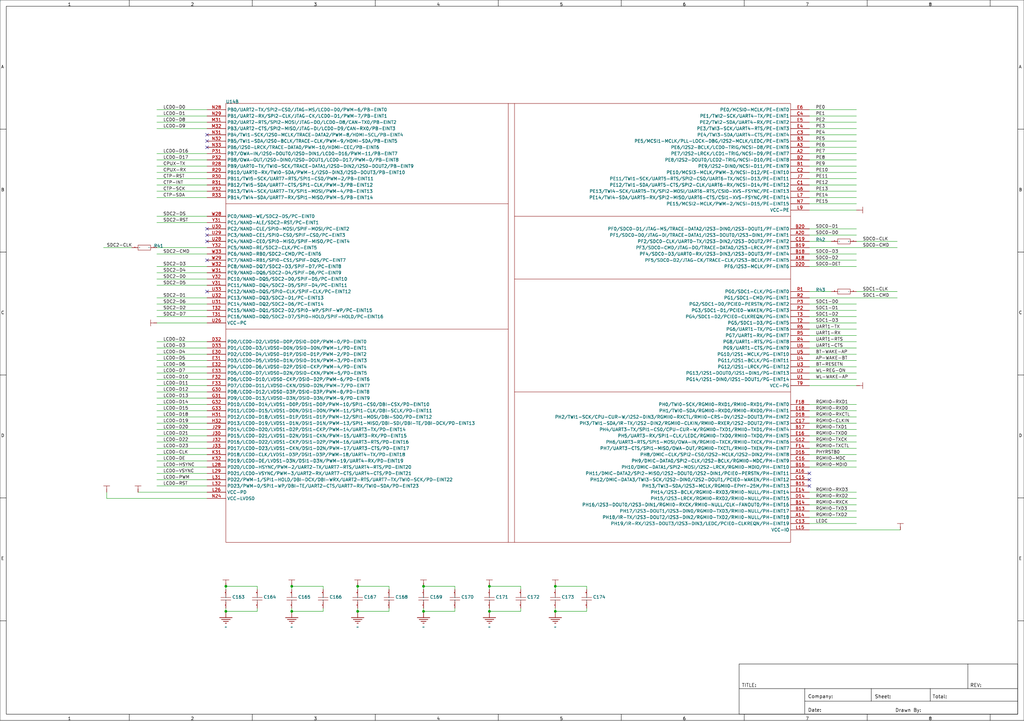
<source format=kicad_sch>
(kicad_sch (version 20231120) (generator "eeschema") (generator_version "8.0")
  (paper "User" 414.528 292.151)
  (lib_symbols
    (symbol "5-Voltage_1" (power) (pin_numbers hide) (pin_names hide)
      (symbol "5-Voltage_1_1_0"
        (pin power_in line (at 0 0 90) (length 1.27) (name "VCC-PE") (number "1"))
      )
    )
    (symbol "5-Voltage_2" (power) (pin_numbers hide) (pin_names hide)
      (symbol "5-Voltage_2_1_0"
        (pin power_in line (at 0 0 90) (length 1.27) (name "VCC-PC") (number "1"))
      )
    )
    (symbol "5-Voltage_3" (power) (pin_numbers hide) (pin_names hide)
      (symbol "5-Voltage_3_1_0"
        (pin power_in line (at 0 0 90) (length 1.27) (name "VCC-LVDS0") (number "1"))
      )
    )
    (symbol "5-Voltage_4" (power) (pin_numbers hide) (pin_names hide)
      (symbol "5-Voltage_4_1_0"
        (pin power_in line (at 0 0 90) (length 1.27) (name "VCC-PD") (number "1"))
      )
    )
    (symbol "5-Voltage_5" (power) (pin_numbers hide) (pin_names hide)
      (symbol "5-Voltage_5_1_0"
        (pin power_in line (at 0 0 90) (length 1.27) (name "VCC-PE") (number "1"))
      )
    )
    (symbol "5-Voltage_6" (power) (pin_numbers hide) (pin_names hide)
      (symbol "5-Voltage_6_1_0"
        (pin power_in line (at 0 0 90) (length 1.27) (name "VCC-PG") (number "1"))
      )
    )
    (symbol "5-Voltage_7" (power) (pin_numbers hide) (pin_names hide)
      (symbol "5-Voltage_7_1_0"
        (pin power_in line (at 0 0 90) (length 1.27) (name "VCC-PC") (number "1"))
      )
    )
    (symbol "5-Voltage_8" (power) (pin_numbers hide) (pin_names hide)
      (symbol "5-Voltage_8_1_0"
        (pin power_in line (at 0 0 90) (length 1.27) (name "VCC-PG") (number "1"))
      )
    )
    (symbol "AvaotaA1-easyedapro:5-Voltage" (power) (pin_numbers hide) (pin_names hide)
      (symbol "5-Voltage_1_0"
        (pin power_in line (at 0 0 90) (length 1.27) (name "VCC-IO") (number "1"))
      )
    )
    (symbol "AvaotaA1-easyedapro:GRM033R61A104KE15D"
      (property "Reference" "C" (at 0 0 0))
      (symbol "GRM033R61A104KE15D_1_0"
        (pin input line (at -3.81 0 0) (length 2.54) (name "1") (number "1"))
        (pin input line (at 3.81 0 180) (length 2.54) (name "2") (number "2"))
      )
    )
    (symbol "AvaotaA1-easyedapro:Ground-GND" (power) (pin_numbers hide) (pin_names hide)
      (symbol "Ground-GND_1_0"
        (pin power_in line (at 0 0 270) (length 2.54) (name "") (number "1"))
      )
    )
    (symbol "AvaotaA1-easyedapro:Power-VCC" (power) (pin_numbers hide) (pin_names hide)
      (symbol "Power-VCC_1_0"
        (pin power_in line (at 0 0 90) (length 1.27) (name "VCC-PD") (number "1"))
      )
    )
    (symbol "AvaotaA1-easyedapro:Sheet_A3_Whycan"
      (symbol "Sheet_A3_Whycan_1_0"
        (text "1" (at 27.432 -291.7952 0) (effects (font (size 1.2192 1.2192)) (justify left bottom)))
        (text "1" (at 27.432 -2.4892 0) (effects (font (size 1.2192 1.2192)) (justify left bottom)))
        (text "2" (at 77.216 -291.7952 0) (effects (font (size 1.2192 1.2192)) (justify left bottom)))
        (text "2" (at 77.216 -2.4892 0) (effects (font (size 1.2192 1.2192)) (justify left bottom)))
        (text "3" (at 127 -291.7952 0) (effects (font (size 1.2192 1.2192)) (justify left bottom)))
        (text "3" (at 127 -2.4892 0) (effects (font (size 1.2192 1.2192)) (justify left bottom)))
        (text "4" (at 176.784 -291.7952 0) (effects (font (size 1.2192 1.2192)) (justify left bottom)))
        (text "4" (at 176.784 -2.4892 0) (effects (font (size 1.2192 1.2192)) (justify left bottom)))
        (text "5" (at 226.568 -291.7952 0) (effects (font (size 1.2192 1.2192)) (justify left bottom)))
        (text "5" (at 226.568 -2.4892 0) (effects (font (size 1.2192 1.2192)) (justify left bottom)))
        (text "6" (at 276.352 -291.7952 0) (effects (font (size 1.2192 1.2192)) (justify left bottom)))
        (text "6" (at 276.352 -2.4892 0) (effects (font (size 1.2192 1.2192)) (justify left bottom)))
        (text "7" (at 326.136 -291.7952 0) (effects (font (size 1.2192 1.2192)) (justify left bottom)))
        (text "7" (at 326.136 -2.4892 0) (effects (font (size 1.2192 1.2192)) (justify left bottom)))
        (text "8" (at 375.92 -291.7952 0) (effects (font (size 1.2192 1.2192)) (justify left bottom)))
        (text "8" (at 375.92 -2.4892 0) (effects (font (size 1.2192 1.2192)) (justify left bottom)))
        (text "A" (at 0.381 -27.7622 0) (effects (font (size 1.2192 1.2192)) (justify left bottom)))
        (text "A" (at 412.369 -27.7622 0) (effects (font (size 1.2192 1.2192)) (justify left bottom)))
        (text "B" (at 0.381 -77.5462 0) (effects (font (size 1.2192 1.2192)) (justify left bottom)))
        (text "B" (at 412.369 -77.5462 0) (effects (font (size 1.2192 1.2192)) (justify left bottom)))
        (text "C" (at 0.381 -127.3302 0) (effects (font (size 1.2192 1.2192)) (justify left bottom)))
        (text "C" (at 412.369 -127.3302 0) (effects (font (size 1.2192 1.2192)) (justify left bottom)))
        (text "Company:" (at 327.0504 -282.9052 0) (effects (font (size 1.397 1.397)) (justify left bottom)))
        (text "D" (at 0.381 -177.1142 0) (effects (font (size 1.2192 1.2192)) (justify left bottom)))
        (text "D" (at 412.369 -177.1142 0) (effects (font (size 1.2192 1.2192)) (justify left bottom)))
        (text "Date:" (at 327.0504 -288.417 0) (effects (font (size 1.397 1.397)) (justify left bottom)))
        (text "Drawn By:" (at 362.3564 -288.4932 0) (effects (font (size 1.397 1.397)) (justify left bottom)))
        (text "E" (at 0.381 -226.8982 0) (effects (font (size 1.2192 1.2192)) (justify left bottom)))
        (text "E" (at 412.369 -226.8982 0) (effects (font (size 1.2192 1.2192)) (justify left bottom)))
        (text "REV:" (at 392.684 -278.384 0) (effects (font (size 1.397 1.397)) (justify left bottom)))
        (text "Sheet:" (at 354.076 -282.956 0) (effects (font (size 1.397 1.397)) (justify left bottom)))
        (text "TITLE:" (at 300.228 -278.384 0) (effects (font (size 1.397 1.397)) (justify left bottom)))
        (text "Total:" (at 377.444 -282.956 0) (effects (font (size 1.397 1.397)) (justify left bottom)))
      )
    )
    (symbol "AvaotaA1-easyedapro:T527"
      (symbol "T527_1_0"
        (text "-" (at 12.7 -54.61 0) (effects (font (size 1.143 1.143)) (justify left bottom)))
        (text "-" (at 22.86 -54.61 0) (effects (font (size 1.143 1.143)) (justify left bottom)))
        (text "-" (at 33.02 -87.63 0) (effects (font (size 1.143 1.143)) (justify left bottom)))
        (text "-" (at 43.18 -29.21 0) (effects (font (size 1.143 1.143)) (justify left bottom)))
        (text "-" (at 43.18 -11.43 0) (effects (font (size 1.143 1.143)) (justify left bottom)))
        (text "-" (at 55.88 -29.21 0) (effects (font (size 1.143 1.143)) (justify left bottom)))
        (text "-" (at 55.88 -11.43 0) (effects (font (size 1.143 1.143)) (justify left bottom)))
        (text "0.60V" (at 45.72 -114.046 0) (effects (font (size 1.143 1.143)) (justify left bottom)))
        (text "1.10V" (at 33.02 -114.046 0) (effects (font (size 1.143 1.143)) (justify left bottom)))
        (text "1.10V" (at 33.02 -111.506 0) (effects (font (size 1.143 1.143)) (justify left bottom)))
        (text "1.10V" (at 45.72 -111.506 0) (effects (font (size 1.143 1.143)) (justify left bottom)))
        (text "1.20V" (at 33.02 -108.966 0) (effects (font (size 1.143 1.143)) (justify left bottom)))
        (text "1.20V" (at 33.02 -106.426 0) (effects (font (size 1.143 1.143)) (justify left bottom)))
        (text "1.20V" (at 45.72 -108.966 0) (effects (font (size 1.143 1.143)) (justify left bottom)))
        (text "1.20V" (at 45.72 -106.426 0) (effects (font (size 1.143 1.143)) (justify left bottom)))
        (text "1.35V" (at 33.02 -101.346 0) (effects (font (size 1.143 1.143)) (justify left bottom)))
        (text "1.35V" (at 45.72 -101.346 0) (effects (font (size 1.143 1.143)) (justify left bottom)))
        (text "1.50V" (at 33.02 -103.886 0) (effects (font (size 1.143 1.143)) (justify left bottom)))
        (text "1.50V" (at 45.72 -103.886 0) (effects (font (size 1.143 1.143)) (justify left bottom)))
        (text "DDR3" (at 20.32 -103.886 0) (effects (font (size 1.143 1.143)) (justify left bottom)))
        (text "DDR3" (at 22.86 -6.35 0) (effects (font (size 1.143 1.143)) (justify left bottom)))
        (text "DDR3L" (at 20.32 -101.346 0) (effects (font (size 1.143 1.143)) (justify left bottom)))
        (text "DDR4" (at 12.7 -6.35 0) (effects (font (size 1.143 1.143)) (justify left bottom)))
        (text "DDR4" (at 20.32 -106.426 0) (effects (font (size 1.143 1.143)) (justify left bottom)))
        (text "GND" (at 33.02 -57.15 0) (effects (font (size 1.143 1.143)) (justify left bottom)))
        (text "GND" (at 33.02 -52.07 0) (effects (font (size 1.143 1.143)) (justify left bottom)))
        (text "GND" (at 33.02 -46.99 0) (effects (font (size 1.143 1.143)) (justify left bottom)))
        (text "GND" (at 33.02 -44.45 0) (effects (font (size 1.143 1.143)) (justify left bottom)))
        (text "GND" (at 33.02 -39.37 0) (effects (font (size 1.143 1.143)) (justify left bottom)))
        (text "GND" (at 33.02 -31.75 0) (effects (font (size 1.143 1.143)) (justify left bottom)))
        (text "GND" (at 33.02 -21.59 0) (effects (font (size 1.143 1.143)) (justify left bottom)))
        (text "GND" (at 33.02 -19.05 0) (effects (font (size 1.143 1.143)) (justify left bottom)))
        (text "GND" (at 33.02 -13.97 0) (effects (font (size 1.143 1.143)) (justify left bottom)))
        (text "LPDDR3" (at 20.32 -108.966 0) (effects (font (size 1.143 1.143)) (justify left bottom)))
        (text "LPDDR3" (at 33.02 -6.35 0) (effects (font (size 1.143 1.143)) (justify left bottom)))
        (text "LPDDR4" (at 20.32 -111.506 0) (effects (font (size 1.143 1.143)) (justify left bottom)))
        (text "LPDDR4/x\n2Rank" (at 43.18 -2.54 0) (effects (font (size 1.143 1.143)) (justify left top)))
        (text "LPDDR4/x\n4Rank" (at 55.88 -2.54 0) (effects (font (size 1.143 1.143)) (justify left top)))
        (text "LPDDR4X" (at 20.32 -114.046 0) (effects (font (size 1.143 1.143)) (justify left bottom)))
        (text "SA0" (at 12.7 -41.91 0) (effects (font (size 1.143 1.143)) (justify left bottom)))
        (text "SA0" (at 22.86 -11.43 0) (effects (font (size 1.143 1.143)) (justify left bottom)))
        (text "SA0" (at 33.02 -26.67 0) (effects (font (size 1.143 1.143)) (justify left bottom)))
        (text "SA1" (at 12.7 -34.29 0) (effects (font (size 1.143 1.143)) (justify left bottom)))
        (text "SA1" (at 22.86 -29.21 0) (effects (font (size 1.143 1.143)) (justify left bottom)))
        (text "SA1" (at 33.02 -49.53 0) (effects (font (size 1.143 1.143)) (justify left bottom)))
        (text "SA10" (at 12.7 -44.45 0) (effects (font (size 1.143 1.143)) (justify left bottom)))
        (text "SA10" (at 22.86 -49.53 0) (effects (font (size 1.143 1.143)) (justify left bottom)))
        (text "SA11" (at 12.7 -16.51 0) (effects (font (size 1.143 1.143)) (justify left bottom)))
        (text "SA11" (at 22.86 -39.37 0) (effects (font (size 1.143 1.143)) (justify left bottom)))
        (text "SA12" (at 12.7 -29.21 0) (effects (font (size 1.143 1.143)) (justify left bottom)))
        (text "SA12" (at 22.86 -64.77 0) (effects (font (size 1.143 1.143)) (justify left bottom)))
        (text "SA13" (at 12.7 -13.97 0) (effects (font (size 1.143 1.143)) (justify left bottom)))
        (text "SA13" (at 22.86 -44.45 0) (effects (font (size 1.143 1.143)) (justify left bottom)))
        (text "SA14" (at 22.86 -59.69 0) (effects (font (size 1.143 1.143)) (justify left bottom)))
        (text "SA15" (at 22.86 -46.99 0) (effects (font (size 1.143 1.143)) (justify left bottom)))
        (text "SA2" (at 12.7 -11.43 0) (effects (font (size 1.143 1.143)) (justify left bottom)))
        (text "SA2" (at 22.86 -16.51 0) (effects (font (size 1.143 1.143)) (justify left bottom)))
        (text "SA2" (at 33.02 -54.61 0) (effects (font (size 1.143 1.143)) (justify left bottom)))
        (text "SA3" (at 12.7 -19.05 0) (effects (font (size 1.143 1.143)) (justify left bottom)))
        (text "SA3" (at 22.86 -31.75 0) (effects (font (size 1.143 1.143)) (justify left bottom)))
        (text "SA3" (at 33.02 -24.13 0) (effects (font (size 1.143 1.143)) (justify left bottom)))
        (text "SA4" (at 12.7 -21.59 0) (effects (font (size 1.143 1.143)) (justify left bottom)))
        (text "SA4" (at 22.86 -36.83 0) (effects (font (size 1.143 1.143)) (justify left bottom)))
        (text "SA4" (at 33.02 -34.29 0) (effects (font (size 1.143 1.143)) (justify left bottom)))
        (text "SA5" (at 12.7 -59.69 0) (effects (font (size 1.143 1.143)) (justify left bottom)))
        (text "SA5" (at 22.86 -13.97 0) (effects (font (size 1.143 1.143)) (justify left bottom)))
        (text "SA5" (at 33.02 -41.91 0) (effects (font (size 1.143 1.143)) (justify left bottom)))
        (text "SA6" (at 12.7 -62.23 0) (effects (font (size 1.143 1.143)) (justify left bottom)))
        (text "SA6" (at 22.86 -26.67 0) (effects (font (size 1.143 1.143)) (justify left bottom)))
        (text "SA6" (at 33.02 -11.43 0) (effects (font (size 1.143 1.143)) (justify left bottom)))
        (text "SA7" (at 12.7 -39.37 0) (effects (font (size 1.143 1.143)) (justify left bottom)))
        (text "SA7" (at 22.86 -62.23 0) (effects (font (size 1.143 1.143)) (justify left bottom)))
        (text "SA7" (at 33.02 -29.21 0) (effects (font (size 1.143 1.143)) (justify left bottom)))
        (text "SA8" (at 12.7 -31.75 0) (effects (font (size 1.143 1.143)) (justify left bottom)))
        (text "SA8" (at 22.86 -57.15 0) (effects (font (size 1.143 1.143)) (justify left bottom)))
        (text "SA8" (at 33.02 -16.51 0) (effects (font (size 1.143 1.143)) (justify left bottom)))
        (text "SA9" (at 12.7 -36.83 0) (effects (font (size 1.143 1.143)) (justify left bottom)))
        (text "SA9" (at 22.86 -34.29 0) (effects (font (size 1.143 1.143)) (justify left bottom)))
        (text "SA9" (at 33.02 -36.83 0) (effects (font (size 1.143 1.143)) (justify left bottom)))
        (text "SAA0" (at 43.18 -16.51 0) (effects (font (size 1.143 1.143)) (justify left bottom)))
        (text "SAA0" (at 55.88 -16.51 0) (effects (font (size 1.143 1.143)) (justify left bottom)))
        (text "SAA1" (at 43.18 -39.37 0) (effects (font (size 1.143 1.143)) (justify left bottom)))
        (text "SAA1" (at 55.88 -39.37 0) (effects (font (size 1.143 1.143)) (justify left bottom)))
        (text "SAA2" (at 43.18 -13.97 0) (effects (font (size 1.143 1.143)) (justify left bottom)))
        (text "SAA2" (at 55.88 -13.97 0) (effects (font (size 1.143 1.143)) (justify left bottom)))
        (text "SAA3" (at 43.18 -36.83 0) (effects (font (size 1.143 1.143)) (justify left bottom)))
        (text "SAA3" (at 55.88 -36.83 0) (effects (font (size 1.143 1.143)) (justify left bottom)))
        (text "SAA4" (at 43.18 -54.61 0) (effects (font (size 1.143 1.143)) (justify left bottom)))
        (text "SAA4" (at 55.88 -54.61 0) (effects (font (size 1.143 1.143)) (justify left bottom)))
        (text "SAA5" (at 43.18 -34.29 0) (effects (font (size 1.143 1.143)) (justify left bottom)))
        (text "SAA5" (at 55.88 -34.29 0) (effects (font (size 1.143 1.143)) (justify left bottom)))
        (text "SAB0" (at 43.18 -59.69 0) (effects (font (size 1.143 1.143)) (justify left bottom)))
        (text "SAB0" (at 55.88 -59.69 0) (effects (font (size 1.143 1.143)) (justify left bottom)))
        (text "SAB1" (at 43.18 -21.59 0) (effects (font (size 1.143 1.143)) (justify left bottom)))
        (text "SAB1" (at 55.88 -21.59 0) (effects (font (size 1.143 1.143)) (justify left bottom)))
        (text "SAB2" (at 43.18 -31.75 0) (effects (font (size 1.143 1.143)) (justify left bottom)))
        (text "SAB2" (at 55.88 -31.75 0) (effects (font (size 1.143 1.143)) (justify left bottom)))
        (text "SAB3" (at 43.18 -57.15 0) (effects (font (size 1.143 1.143)) (justify left bottom)))
        (text "SAB3" (at 55.88 -57.15 0) (effects (font (size 1.143 1.143)) (justify left bottom)))
        (text "SAB4" (at 43.18 -52.07 0) (effects (font (size 1.143 1.143)) (justify left bottom)))
        (text "SAB4" (at 55.88 -52.07 0) (effects (font (size 1.143 1.143)) (justify left bottom)))
        (text "SAB5" (at 43.18 -67.31 0) (effects (font (size 1.143 1.143)) (justify left bottom)))
        (text "SAB5" (at 55.88 -67.31 0) (effects (font (size 1.143 1.143)) (justify left bottom)))
        (text "SACT" (at 12.7 -67.31 0) (effects (font (size 1.143 1.143)) (justify left bottom)))
        (text "SBA0" (at 12.7 -57.15 0) (effects (font (size 1.143 1.143)) (justify left bottom)))
        (text "SBA0" (at 22.86 -21.59 0) (effects (font (size 1.143 1.143)) (justify left bottom)))
        (text "SBA1" (at 12.7 -24.13 0) (effects (font (size 1.143 1.143)) (justify left bottom)))
        (text "SBA1" (at 22.86 -19.05 0) (effects (font (size 1.143 1.143)) (justify left bottom)))
        (text "SBA2" (at 22.86 -24.13 0) (effects (font (size 1.143 1.143)) (justify left bottom)))
        (text "SBG0" (at 12.7 -26.67 0) (effects (font (size 1.143 1.143)) (justify left bottom)))
        (text "SBG1" (at 12.7 -64.77 0) (effects (font (size 1.143 1.143)) (justify left bottom)))
        (text "SCAS" (at 12.7 -46.99 0) (effects (font (size 1.143 1.143)) (justify left bottom)))
        (text "SCAS" (at 22.86 -41.91 0) (effects (font (size 1.143 1.143)) (justify left bottom)))
        (text "SCKE0" (at 12.7 -85.09 0) (effects (font (size 1.143 1.143)) (justify left bottom)))
        (text "SCKE0" (at 22.86 -85.09 0) (effects (font (size 1.143 1.143)) (justify left bottom)))
        (text "SCKE0" (at 33.02 -85.09 0) (effects (font (size 1.143 1.143)) (justify left bottom)))
        (text "SCKE0" (at 55.88 -85.09 0) (effects (font (size 1.143 1.143)) (justify left bottom)))
        (text "SCKE0_A" (at 43.18 -85.09 0) (effects (font (size 1.143 1.143)) (justify left bottom)))
        (text "SCKE0_B" (at 43.18 -26.67 0) (effects (font (size 1.143 1.143)) (justify left bottom)))
        (text "SCKE1" (at 55.88 -41.91 0) (effects (font (size 1.143 1.143)) (justify left bottom)))
        (text "SCKE1_A" (at 43.18 -41.91 0) (effects (font (size 1.143 1.143)) (justify left bottom)))
        (text "SCKE1_B" (at 43.18 -64.77 0) (effects (font (size 1.143 1.143)) (justify left bottom)))
        (text "SCKE2" (at 55.88 -26.67 0) (effects (font (size 1.143 1.143)) (justify left bottom)))
        (text "SCKE3" (at 55.88 -64.77 0) (effects (font (size 1.143 1.143)) (justify left bottom)))
        (text "SCKN" (at 12.7 -82.55 0) (effects (font (size 1.143 1.143)) (justify left bottom)))
        (text "SCKN" (at 22.86 -82.55 0) (effects (font (size 1.143 1.143)) (justify left bottom)))
        (text "SCKN" (at 33.02 -82.55 0) (effects (font (size 1.143 1.143)) (justify left bottom)))
        (text "SCKN_A" (at 43.18 -82.55 0) (effects (font (size 1.143 1.143)) (justify left bottom)))
        (text "SCKN_A" (at 55.88 -82.55 0) (effects (font (size 1.143 1.143)) (justify left bottom)))
        (text "SCKN_B" (at 43.18 -49.53 0) (effects (font (size 1.143 1.143)) (justify left bottom)))
        (text "SCKN_B" (at 55.88 -49.53 0) (effects (font (size 1.143 1.143)) (justify left bottom)))
        (text "SCKP" (at 12.7 -80.01 0) (effects (font (size 1.143 1.143)) (justify left bottom)))
        (text "SCKP" (at 22.86 -80.01 0) (effects (font (size 1.143 1.143)) (justify left bottom)))
        (text "SCKP" (at 33.02 -80.01 0) (effects (font (size 1.143 1.143)) (justify left bottom)))
        (text "SCKP_A" (at 43.18 -80.01 0) (effects (font (size 1.143 1.143)) (justify left bottom)))
        (text "SCKP_A" (at 55.88 -80.01 0) (effects (font (size 1.143 1.143)) (justify left bottom)))
        (text "SCKP_B" (at 43.18 -46.99 0) (effects (font (size 1.143 1.143)) (justify left bottom)))
        (text "SCKP_B" (at 55.88 -46.99 0) (effects (font (size 1.143 1.143)) (justify left bottom)))
        (text "SCS0" (at 12.7 -69.85 0) (effects (font (size 1.143 1.143)) (justify left bottom)))
        (text "SCS0" (at 22.86 -69.85 0) (effects (font (size 1.143 1.143)) (justify left bottom)))
        (text "SCS0" (at 33.02 -69.85 0) (effects (font (size 1.143 1.143)) (justify left bottom)))
        (text "SCS0_A" (at 43.18 -69.85 0) (effects (font (size 1.143 1.143)) (justify left bottom)))
        (text "SCS0_A" (at 55.88 -69.85 0) (effects (font (size 1.143 1.143)) (justify left bottom)))
        (text "SCS0_B" (at 43.18 -44.45 0) (effects (font (size 1.143 1.143)) (justify left bottom)))
        (text "SCS0_B" (at 55.88 -44.45 0) (effects (font (size 1.143 1.143)) (justify left bottom)))
        (text "SCS1" (at 12.7 -74.93 0) (effects (font (size 1.143 1.143)) (justify left bottom)))
        (text "SCS1" (at 22.86 -74.93 0) (effects (font (size 1.143 1.143)) (justify left bottom)))
        (text "SCS1" (at 33.02 -74.93 0) (effects (font (size 1.143 1.143)) (justify left bottom)))
        (text "SCS1_A" (at 43.18 -74.93 0) (effects (font (size 1.143 1.143)) (justify left bottom)))
        (text "SCS1_A" (at 55.88 -74.93 0) (effects (font (size 1.143 1.143)) (justify left bottom)))
        (text "SCS1_B" (at 43.18 -24.13 0) (effects (font (size 1.143 1.143)) (justify left bottom)))
        (text "SCS1_B" (at 55.88 -24.13 0) (effects (font (size 1.143 1.143)) (justify left bottom)))
        (text "SCS2" (at 33.02 -64.77 0) (effects (font (size 1.143 1.143)) (justify left bottom)))
        (text "SCS3" (at 33.02 -67.31 0) (effects (font (size 1.143 1.143)) (justify left bottom)))
        (text "SODT0" (at 12.7 -72.39 0) (effects (font (size 1.143 1.143)) (justify left bottom)))
        (text "SODT0" (at 22.86 -72.39 0) (effects (font (size 1.143 1.143)) (justify left bottom)))
        (text "SODT0" (at 33.02 -72.39 0) (effects (font (size 1.143 1.143)) (justify left bottom)))
        (text "SODT0_A" (at 43.18 -72.39 0) (effects (font (size 1.143 1.143)) (justify left bottom)))
        (text "SODT0_A" (at 55.88 -72.39 0) (effects (font (size 1.143 1.143)) (justify left bottom)))
        (text "SODT0_B" (at 43.18 -62.23 0) (effects (font (size 1.143 1.143)) (justify left bottom)))
        (text "SODT0_B" (at 55.88 -62.23 0) (effects (font (size 1.143 1.143)) (justify left bottom)))
        (text "SODT1" (at 12.7 -77.47 0) (effects (font (size 1.143 1.143)) (justify left bottom)))
        (text "SODT1" (at 22.86 -77.47 0) (effects (font (size 1.143 1.143)) (justify left bottom)))
        (text "SODT1" (at 33.02 -77.47 0) (effects (font (size 1.143 1.143)) (justify left bottom)))
        (text "SODT1_A" (at 43.18 -77.47 0) (effects (font (size 1.143 1.143)) (justify left bottom)))
        (text "SODT1_A" (at 55.88 -77.47 0) (effects (font (size 1.143 1.143)) (justify left bottom)))
        (text "SODT1_B" (at 43.18 -19.05 0) (effects (font (size 1.143 1.143)) (justify left bottom)))
        (text "SODT1_B" (at 55.88 -19.05 0) (effects (font (size 1.143 1.143)) (justify left bottom)))
        (text "SODT2" (at 33.02 -59.69 0) (effects (font (size 1.143 1.143)) (justify left bottom)))
        (text "SODT3" (at 33.02 -62.23 0) (effects (font (size 1.143 1.143)) (justify left bottom)))
        (text "SRAS" (at 12.7 -52.07 0) (effects (font (size 1.143 1.143)) (justify left bottom)))
        (text "SRAS" (at 22.86 -67.31 0) (effects (font (size 1.143 1.143)) (justify left bottom)))
        (text "SRST" (at 12.7 -87.63 0) (effects (font (size 1.143 1.143)) (justify left bottom)))
        (text "SRST" (at 22.86 -87.63 0) (effects (font (size 1.143 1.143)) (justify left bottom)))
        (text "SRST" (at 43.18 -87.63 0) (effects (font (size 1.143 1.143)) (justify left bottom)))
        (text "SRST" (at 55.88 -87.63 0) (effects (font (size 1.143 1.143)) (justify left bottom)))
        (text "SWE" (at 12.7 -49.53 0) (effects (font (size 1.143 1.143)) (justify left bottom)))
        (text "SWE" (at 22.86 -52.07 0) (effects (font (size 1.143 1.143)) (justify left bottom)))
        (text "VCC-DRAM" (at 33.02 -96.266 0) (effects (font (size 1.143 1.143)) (justify left bottom)))
        (text "VCC-DRAML" (at 45.72 -96.266 0) (effects (font (size 1.143 1.143)) (justify left bottom)))
        (pin input line (at 86.36 -104.14 180) (length 7.62) (name "VCC-DRAM4") (number "AA24"))
        (pin input line (at 86.36 -48.26 180) (length 7.62) (name "SDQ15") (number "AA27"))
        (pin input line (at 86.36 -45.72 180) (length 7.62) (name "SDQ14") (number "AA28"))
        (pin input line (at 86.36 -91.44 180) (length 7.62) (name "SZQ") (number "AA29"))
        (pin input line (at 86.36 -43.18 180) (length 7.62) (name "SDQ13") (number "AA31"))
        (pin input line (at 86.36 -40.64 180) (length 7.62) (name "SDQ12") (number "AA33"))
        (pin input line (at 86.36 -106.68 180) (length 7.62) (name "VCC-DRAM5") (number "AB24"))
        (pin input line (at -7.62 -93.98 0) (length 7.62) (name "SDQS1P") (number "AB32"))
        (pin input line (at -7.62 -96.52 0) (length 7.62) (name "SDQS1N") (number "AB33"))
        (pin input line (at 86.36 -111.76 180) (length 7.62) (name "VCC-DRAML0") (number "AC17"))
        (pin input line (at 86.36 -114.3 180) (length 7.62) (name "VCC-DRAML1") (number "AC18"))
        (pin input line (at 86.36 -116.84 180) (length 7.62) (name "VCC-DRAML2") (number "AC19"))
        (pin input line (at 86.36 -119.38 180) (length 7.62) (name "VCC-DRAML3") (number "AC20"))
        (pin input line (at 86.36 -121.92 180) (length 7.62) (name "VCC-DRAML4") (number "AC22"))
        (pin input line (at 86.36 -109.22 180) (length 7.62) (name "VCC-DRAM6") (number "AC24"))
        (pin input line (at 86.36 -30.48 180) (length 7.62) (name "SDQ8") (number "AC27"))
        (pin input line (at 86.36 -33.02 180) (length 7.62) (name "SDQ9") (number "AC28"))
        (pin input line (at 86.36 -35.56 180) (length 7.62) (name "SDQ10") (number "AC30"))
        (pin input line (at 86.36 -38.1 180) (length 7.62) (name "SDQ11") (number "AC31"))
        (pin input line (at -7.62 -111.76 0) (length 7.62) (name "SDQM1") (number "AC32"))
        (pin input line (at 86.36 -124.46 180) (length 7.62) (name "VDD18-DRAM") (number "AD25"))
        (pin input line (at 86.36 -22.86 180) (length 7.62) (name "SDQ5") (number "AD32"))
        (pin input line (at 86.36 -27.94 180) (length 7.62) (name "SDQ7") (number "AD33"))
        (pin input line (at 86.36 -12.7 180) (length 7.62) (name "SDQ1") (number "AE27"))
        (pin input line (at 86.36 -10.16 180) (length 7.62) (name "SDQ0") (number "AE28"))
        (pin input line (at 86.36 -20.32 180) (length 7.62) (name "SDQ4") (number "AE30"))
        (pin input line (at 86.36 -25.4 180) (length 7.62) (name "SDQ6") (number "AE31"))
        (pin input line (at -7.62 -109.22 0) (length 7.62) (name "SDQM0") (number "AE33"))
        (pin input line (at -7.62 -88.9 0) (length 7.62) (name "SDQS0P") (number "AF32"))
        (pin input line (at -7.62 -91.44 0) (length 7.62) (name "SDQS0N") (number "AF33"))
        (pin input line (at 86.36 -71.12 180) (length 7.62) (name "SDQ24") (number "AG19"))
        (pin input line (at 86.36 -68.58 180) (length 7.62) (name "SDQ23") (number "AG21"))
        (pin input line (at -7.62 -86.36 0) (length 7.62) (name "SRST") (number "AG23"))
        (pin input line (at -7.62 -35.56 0) (length 7.62) (name "SA10") (number "AG29"))
        (pin input line (at -7.62 -12.7 0) (length 7.62) (name "SA1") (number "AG30"))
        (pin input line (at 86.36 -15.24 180) (length 7.62) (name "SDQ2") (number "AG32"))
        (pin input line (at 86.36 -73.66 180) (length 7.62) (name "SDQ25") (number "AH19"))
        (pin input line (at 86.36 -88.9 180) (length 7.62) (name "SDQ31") (number "AH21"))
        (pin input line (at 86.36 -55.88 180) (length 7.62) (name "SDQ18") (number "AH23"))
        (pin input line (at -7.62 -20.32 0) (length 7.62) (name "SA4") (number "AH25"))
        (pin input line (at 86.36 -17.78 180) (length 7.62) (name "SDQ3") (number "AH33"))
        (pin input line (at -7.62 -58.42 0) (length 7.62) (name "SBA1") (number "AJ25"))
        (pin input line (at -7.62 -50.8 0) (length 7.62) (name "SA16") (number "AJ27"))
        (pin input line (at -7.62 -53.34 0) (length 7.62) (name "SA17") (number "AJ30"))
        (pin input line (at -7.62 -33.02 0) (length 7.62) (name "SA9") (number "AJ31"))
        (pin input line (at -7.62 -38.1 0) (length 7.62) (name "SA11") (number "AJ32"))
        (pin input line (at -7.62 -15.24 0) (length 7.62) (name "SA2") (number "AJ33"))
        (pin input line (at 86.36 -76.2 180) (length 7.62) (name "SDQ26") (number "AK19"))
        (pin input line (at 86.36 -86.36 180) (length 7.62) (name "SDQ30") (number "AK21"))
        (pin input line (at 86.36 -58.42 180) (length 7.62) (name "SDQ19") (number "AK23"))
        (pin input line (at -7.62 -55.88 0) (length 7.62) (name "SBA0") (number "AK25"))
        (pin input line (at -7.62 -22.86 0) (length 7.62) (name "SA5") (number "AK27"))
        (pin input line (at -7.62 -43.18 0) (length 7.62) (name "SA13") (number "AK29"))
        (pin input line (at -7.62 -10.16 0) (length 7.62) (name "SA0") (number "AK33"))
        (pin input line (at 86.36 -78.74 180) (length 7.62) (name "SDQ27") (number "AL19"))
        (pin input line (at 86.36 -83.82 180) (length 7.62) (name "SDQ29") (number "AL21"))
        (pin input line (at 86.36 -60.96 180) (length 7.62) (name "SDQ20") (number "AL23"))
        (pin input line (at -7.62 -30.48 0) (length 7.62) (name "SA8") (number "AL25"))
        (pin input line (at -7.62 -17.78 0) (length 7.62) (name "SA3") (number "AL27"))
        (pin input line (at -7.62 -66.04 0) (length 7.62) (name "SACT") (number "AL29"))
        (pin input line (at -7.62 -40.64 0) (length 7.62) (name "SA12") (number "AL31"))
        (pin input line (at -7.62 -71.12 0) (length 7.62) (name "SODT0") (number "AL32"))
        (pin input line (at -7.62 -76.2 0) (length 7.62) (name "SODT1") (number "AL33"))
        (pin input line (at -7.62 -104.14 0) (length 7.62) (name "SDQS3P") (number "AM19"))
        (pin input line (at 86.36 -81.28 180) (length 7.62) (name "SDQ28") (number "AM21"))
        (pin input line (at 86.36 -63.5 180) (length 7.62) (name "SDQ21") (number "AM22"))
        (pin input line (at -7.62 -99.06 0) (length 7.62) (name "SDQS2P") (number "AM23"))
        (pin input line (at -7.62 -114.3 0) (length 7.62) (name "SDQM2") (number "AM24"))
        (pin input line (at 86.36 -50.8 180) (length 7.62) (name "SDQ16") (number "AM25"))
        (pin input line (at -7.62 -63.5 0) (length 7.62) (name "SBG1") (number "AM27"))
        (pin input line (at -7.62 -45.72 0) (length 7.62) (name "SA14") (number "AM28"))
        (pin input line (at -7.62 -78.74 0) (length 7.62) (name "SCKP") (number "AM30"))
        (pin input line (at -7.62 -83.82 0) (length 7.62) (name "SCKE0") (number "AM31"))
        (pin input line (at -7.62 -73.66 0) (length 7.62) (name "SCS1") (number "AM32"))
        (pin input line (at -7.62 -27.94 0) (length 7.62) (name "SA7") (number "AM33"))
        (pin input line (at -7.62 -106.68 0) (length 7.62) (name "SDQS3N") (number "AN19"))
        (pin input line (at -7.62 -116.84 0) (length 7.62) (name "SDQM3") (number "AN20"))
        (pin input line (at 86.36 -66.04 180) (length 7.62) (name "SDQ22") (number "AN21"))
        (pin input line (at -7.62 -101.6 0) (length 7.62) (name "SDQS2N") (number "AN23"))
        (pin input line (at 86.36 -53.34 180) (length 7.62) (name "SDQ17") (number "AN25"))
        (pin input line (at -7.62 -60.96 0) (length 7.62) (name "SBG0") (number "AN26"))
        (pin input line (at -7.62 -25.4 0) (length 7.62) (name "SA6") (number "AN27"))
        (pin input line (at -7.62 -48.26 0) (length 7.62) (name "SA15") (number "AN29"))
        (pin input line (at -7.62 -81.28 0) (length 7.62) (name "SCKN") (number "AN30"))
        (pin input line (at -7.62 -68.58 0) (length 7.62) (name "SCS0") (number "AN32"))
        (pin input line (at 86.36 -93.98 180) (length 7.62) (name "VCC-DRAM0") (number "W23"))
        (pin input line (at 86.36 -96.52 180) (length 7.62) (name "VCC-DRAM1") (number "W24"))
        (pin input line (at 86.36 -99.06 180) (length 7.62) (name "VCC-DRAM2") (number "W25"))
        (pin input line (at 86.36 -101.6 180) (length 7.62) (name "VCC-DRAM3") (number "Y24"))
      )
      (symbol "T527_2_0"
        (pin input line (at 236.22 -167.64 180) (length 7.62) (name "PH18/IR-TX/I2S3-DOUT2/I2S3-DIN2/RGMII0-TXD2/RMII0-NULL/PH-EINT18") (number "A14"))
        (pin input line (at 236.22 -149.86 180) (length 7.62) (name "PH11/DMIC-DATA2/SPI2-MISO/I2S2-DOUT0/I2S2-DIN1/PCIE0-PERSTN/PH-EINT11") (number "A16"))
        (pin input line (at 236.22 -63.5 180) (length 7.62) (name "PF5/SDC0-D2/JTAG-CK/TRACE-CLK/I2S3-BCLK/PF-EINT5") (number "A18"))
        (pin input line (at 236.22 -20.32 180) (length 7.62) (name "PE7/I2S2-LRCK/LCD1-TRIG/NCSI-D9/PE-EINT7") (number "A2"))
        (pin input line (at 236.22 -53.34 180) (length 7.62) (name "PF1/SDC0-D0/JTAG-DI/TRACE-DATA1/I2S3-DOUT0/I2S3-DIN1/PF-EINT1") (number "A20"))
        (pin input line (at 236.22 -17.78 180) (length 7.62) (name "PE6/I2S2-BCLK/LCD0-TRIG/NCSI-D8/PE-EINT6") (number "A3"))
        (pin input line (at 236.22 -25.4 180) (length 7.62) (name "PE9/I2S2-DIN0/NCSI-D11/PE-EINT9") (number "B1"))
        (pin input line (at 236.22 -165.1 180) (length 7.62) (name "PH17/I2S3-DOUT1/I2S3-DIN0/RGMII0-TXD3/RMII0-NULL/PH-EINT17") (number "B13"))
        (pin input line (at 236.22 -162.56 180) (length 7.62) (name "PH16/I2S3-DOUT0/I2S3-DIN1/RGMII0-RXCK/RMII0-NULL/CLK-FANOUT0/PH-EINT16") (number "B14"))
        (pin input line (at 236.22 -154.94 180) (length 7.62) (name "PH13/TWI3-SDA/I2S3-MCLK/RGMII0-EPHY-25M/PH-EINT13") (number "B15"))
        (pin input line (at 236.22 -147.32 180) (length 7.62) (name "PH10/DMIC-DATA1/SPI2-MOSI/I2S2-LRCK/RGMII0-MDIO/PH-EINT10") (number "B16"))
        (pin input line (at 236.22 -132.08 180) (length 7.62) (name "PH4/UART3-TX/SPI1-CS0/CPU-CUR-W/RGMII0-TXD1/RMII0-TXD1/PH-EINT4") (number "B17"))
        (pin input line (at 236.22 -60.96 180) (length 7.62) (name "PF4/SDC0-D3/UART0-RX/I2S3-DIN3/I2S3-DOUT3/PF-EINT4") (number "B18"))
        (pin input line (at 236.22 -58.42 180) (length 7.62) (name "PF3/SDC0-CMD/JTAG-DO/TRACE-DATA0/I2S3-LRCK/PF-EINT3") (number "B19"))
        (pin input line (at 236.22 -22.86 180) (length 7.62) (name "PE8/I2S2-DOUT0/LCD2-TRIG/NCSI-D10/PE-EINT8") (number "B2"))
        (pin input line (at 236.22 -50.8 180) (length 7.62) (name "PF0/SDC0-D1/JTAG-MS/TRACE-DATA2/I2S3-DIN0/I2S3-DOUT1/PF-EINT0") (number "B20"))
        (pin input line (at 236.22 -15.24 180) (length 7.62) (name "PE5/MCSI1-MCLK/PLL-LOCK-DBG/I2S2-MCLK/LEDC/PE-EINT5") (number "B3"))
        (pin input line (at 236.22 -33.02 180) (length 7.62) (name "PE12/TWI1-SDA/UART5-CTS/SPI2-CLK/UART6-RX/NCSI-D14/PE-EINT12") (number "C1"))
        (pin input line (at 236.22 -170.18 180) (length 7.62) (name "PH19/IR-RX/I2S3-DOUT3/I2S3-DIN3/LEDC/PCIE0-CLKREQN/PH-EINT19") (number "C13"))
        (pin input line (at 236.22 -152.4 180) (length 7.62) (name "PH12/DMIC-DATA3/TWI3-SCK/I2S2-DIN0/I2S2-DOUT1/PCIE0-WAKEN/PH-EINT12") (number "C15"))
        (pin input line (at 236.22 -144.78 180) (length 7.62) (name "PH9/DMIC-DATA0/SPI2-CLK/I2S2-BCLK/RGMII0-MDC/PH-EINT9") (number "C16"))
        (pin input line (at 236.22 -129.54 180) (length 7.62) (name "PH3/TWI1-SDA/IR-TX/I2S2-DIN2/RGMII0-CLKIN/RMII0-RXER/I2S2-DOUT2/PH-EINT3") (number "C17"))
        (pin input line (at 236.22 -55.88 180) (length 7.62) (name "PF2/SDC0-CLK/UART0-TX/I2S3-DIN2/I2S3-DOUT2/PF-EINT2") (number "C19"))
        (pin input line (at 236.22 -27.94 180) (length 7.62) (name "PE10/MCSI3-MCLK/PWM-3/NCSI-D12/PE-EINT10") (number "C2"))
        (pin input line (at 236.22 -12.7 180) (length 7.62) (name "PE4/TWI3-SDA/UART4-CTS/PE-EINT4") (number "C3"))
        (pin input line (at 236.22 -5.08 180) (length 7.62) (name "PE1/TWI2-SCK/UART4-TX/PE-EINT1") (number "C4"))
        (pin input line (at 236.22 -160.02 180) (length 7.62) (name "PH15/I2S3-LRCK/RGMII0-RXD2/RMII0-NULL/PH-EINT15") (number "D14"))
        (pin input line (at 236.22 -142.24 180) (length 7.62) (name "PH8/DMIC-CLK/SPI2-CS0/I2S2-MCLK/I2S2-DIN2/PH-EINT8") (number "D16"))
        (pin input line (at 236.22 -127 180) (length 7.62) (name "PH2/TWI1-SCK/CPU-CUR-W/I2S2-DIN3/RGMII0-RXCTL/RMII0-CRS-DV/I2S2-DOUT3/PH-EINT2") (number "D18"))
        (pin input line (at 236.22 -66.04 180) (length 7.62) (name "PF6/I2S3-MCLK/PF-EINT6") (number "D20"))
        (pin input line (at -7.62 -96.52 0) (length 7.62) (name "PD0/LCD0-D2/LVDS0-D0P/DSI0-D0P/PWM-0/PD-EINT0") (number "D32"))
        (pin input line (at -7.62 -99.06 0) (length 7.62) (name "PD1/LCD0-D3/LVDS0-D0N/DSI0-D0N/PWM-1/PD-EINT1") (number "D33"))
        (pin input line (at 236.22 -157.48 180) (length 7.62) (name "PH14/I2S3-BCLK/RGMII0-RXD3/RMII0-NULL/PH-EINT14") (number "E14"))
        (pin input line (at 236.22 -134.62 180) (length 7.62) (name "PH5/UART3-RX/SPI1-CLK/LEDC/RGMII0-TXD0/RMII0-TXD0/PH-EINT5") (number "E16"))
        (pin input line (at 236.22 -124.46 180) (length 7.62) (name "PH1/TWI0-SDA/RGMII0-RXD0/RMII0-RXD0/PH-EINT1") (number "E18"))
        (pin input line (at -7.62 -101.6 0) (length 7.62) (name "PD2/LCD0-D4/LVDS0-D1P/DSI0-D1P/PWM-2/PD-EINT2") (number "E30"))
        (pin input line (at -7.62 -104.14 0) (length 7.62) (name "PD3/LCD0-D5/LVDS0-D1N/DSI0-D1N/PWM-3/PD-EINT3") (number "E31"))
        (pin input line (at -7.62 -106.68 0) (length 7.62) (name "PD4/LCD0-D6/LVDS0-D2P/DSI0-CKP/PWM-4/PD-EINT4") (number "E32"))
        (pin input line (at -7.62 -109.22 0) (length 7.62) (name "PD5/LCD0-D7/LVDS0-D2N/DSI0-CKN/PWM-5/PD-EINT5") (number "E33"))
        (pin input line (at 236.22 -10.16 180) (length 7.62) (name "PE3/TWI3-SCK/UART4-RTS/PE-EINT3") (number "E4"))
        (pin input line (at 236.22 -7.62 180) (length 7.62) (name "PE2/TWI2-SDA/UART4-RX/PE-EINT2") (number "E5"))
        (pin input line (at 236.22 -2.54 180) (length 7.62) (name "PE0/MCSI0-MCLK/PE-EINT0") (number "E6"))
        (pin input line (at 236.22 -139.7 180) (length 7.62) (name "PH7/UART3-CTS/SPI1-MISO/OWA-OUT/RGMII0-TXCTL/RMII0-TXEN/PH-EINT7") (number "F14"))
        (pin input line (at 236.22 -121.92 180) (length 7.62) (name "PH0/TWI0-SCK/RGMII0-RXD1/RMII0-RXD1/PH-EINT0") (number "F18"))
        (pin input line (at -7.62 -111.76 0) (length 7.62) (name "PD6/LCD0-D10/LVDS0-CKP/DSI0-D2P/PWM-6/PD-EINT6") (number "F32"))
        (pin input line (at -7.62 -114.3 0) (length 7.62) (name "PD7/LCD0-D11/LVDS0-CKN/DSI0-D2N/PWM-7/PD-EINT7") (number "F33"))
        (pin input line (at 236.22 -137.16 180) (length 7.62) (name "PH6/UART3-RTS/SPI1-MOSI/OWA-IN/RGMII0-TXCK/RMII0-TXCK/PH-EINT6") (number "G12"))
        (pin input line (at -7.62 -116.84 0) (length 7.62) (name "PD8/LCD0-D12/LVDS0-D3P/DSI0-D3P/PWM-8/PD-EINT8") (number "G30"))
        (pin input line (at -7.62 -119.38 0) (length 7.62) (name "PD9/LCD0-D13/LVDS0-D3N/DSI0-D3N/PWM-9/PD-EINT9") (number "G31"))
        (pin input line (at -7.62 -121.92 0) (length 7.62) (name "PD10/LCD0-D14/LVDS1-D0P/DSI1-D0P/PWM-10/SPI1-CS0/DBI-CSX/PD-EINT10") (number "G32"))
        (pin input line (at -7.62 -124.46 0) (length 7.62) (name "PD11/LCD0-D15/LVDS1-D0N/DSI1-D0N/PWM-11/SPI1-CLK/DBI-SCLK/PD-EINT11") (number "G33"))
        (pin input line (at 236.22 -35.56 180) (length 7.62) (name "PE13/TWI4-SCK/UART5-TX/SPI2-MOSI/UART6-RTS/CSI0-XVS-FSYNC/PE-EINT13") (number "G6"))
        (pin input line (at -7.62 -127 0) (length 7.62) (name "PD12/LCD0-D18/LVDS1-D1P/DSI1-D1P/PWM-12/SPI1-MOSI/DBI-SDO/PD-EINT12") (number "H31"))
        (pin input line (at -7.62 -129.54 0) (length 7.62) (name "PD13/LCD0-D19/LVDS1-D1N/DSI1-D1N/PWM-13/SPI1-MISO/DBI-SDI/DBI-TE/DBI-DCX/PD-EINT13") (number "H32"))
        (pin input line (at -7.62 -132.08 0) (length 7.62) (name "PD14/LCD0-D20/LVDS1-D2P/DSI1-CKP/PWM-14/UART3-TX/PD-EINT14") (number "J29"))
        (pin input line (at -7.62 -134.62 0) (length 7.62) (name "PD15/LCD0-D21/LVDS1-D2N/DSI1-CKN/PWM-15/UART3-RX/PD-EINT15") (number "J30"))
        (pin input line (at -7.62 -137.16 0) (length 7.62) (name "PD16/LCD0-D22/LVDS1-CKP/DSI1-D2P/PWM-16/UART3-RTS/PD-EINT16") (number "J32"))
        (pin input line (at -7.62 -139.7 0) (length 7.62) (name "PD17/LCD0-D23/LVDS1-CKN/DSI1-D2N/PWM-17/UART3-CTS/PD-EINT17") (number "J33"))
        (pin input line (at 236.22 -30.48 180) (length 7.62) (name "PE11/TWI1-SCK/UART5-RTS/SPI2-CS0/UART6-TX/NCSI-D13/PE-EINT11") (number "J7"))
        (pin input line (at -7.62 -142.24 0) (length 7.62) (name "PD18/LCD0-CLK/LVDS1-D3P/DSI1-D3P/PWM-18/UART4-TX/PD-EINT18") (number "K31"))
        (pin input line (at -7.62 -144.78 0) (length 7.62) (name "PD19/LCD0-DE/LVDS1-D3N/DSI1-D3N/PWM-19/UART4-RX/PD-EINT19") (number "K32"))
        (pin input line (at 236.22 -172.72 180) (length 7.62) (name "VCC-IO") (number "L15"))
        (pin input line (at -7.62 -157.48 0) (length 7.62) (name "VCC-PD") (number "L26"))
        (pin input line (at -7.62 -147.32 0) (length 7.62) (name "PD20/LCD0-HSYNC/PWM-2/UART2-TX/UART7-RTS/UART4-RTS/PD-EINT20") (number "L28"))
        (pin input line (at -7.62 -149.86 0) (length 7.62) (name "PD21/LCD0-VSYNC/PWM-3/UART2-RX/UART7-CTS/UART4-CTS/PD-EINT21") (number "L29"))
        (pin input line (at -7.62 -152.4 0) (length 7.62) (name "PD22/PWM-1/SPI1-HOLD/DBI-DCX/DBI-WRX/UART2-RTS/UART7-TX/TWI0-SCK/PD-EINT22") (number "L31"))
        (pin input line (at -7.62 -154.94 0) (length 7.62) (name "PD23/PWM-0/SPI1-WP/DBI-TE/UART2-CTS/UART7-RX/TWI0-SDA/PD-EINT23") (number "L32"))
        (pin input line (at 236.22 -38.1 180) (length 7.62) (name "PE14/TWI4-SDA/UART5-RX/SPI2-MISO/UART6-CTS/CSI1-XVS-FSYNC/PE-EINT14") (number "L7"))
        (pin input line (at 236.22 -43.18 180) (length 7.62) (name "VCC-PE") (number "L9"))
        (pin input line (at -7.62 -7.62 0) (length 7.62) (name "PB2/UART2-RTS/SPI2-MOSI/JTAG-DO/LCD0-D8/CAN-TX0/PB-EINT2") (number "M31"))
        (pin input line (at -7.62 -10.16 0) (length 7.62) (name "PB3/UART2-CTS/SPI2-MISO/JTAG-DI/LCD0-D9/CAN-RX0/PB-EINT3") (number "M32"))
        (pin input line (at -7.62 -160.02 0) (length 7.62) (name "VCC-LVDS0") (number "N24"))
        (pin input line (at -7.62 -2.54 0) (length 7.62) (name "PB0/UART2-TX/SPI2-CS0/JTAG-MS/LCD0-D0/PWM-6/PB-EINT0") (number "N28"))
        (pin input line (at -7.62 -5.08 0) (length 7.62) (name "PB1/UART2-RX/SPI2-CLK/JTAG-CK/LCD0-D1/PWM-7/PB-EINT1") (number "N29"))
        (pin input line (at -7.62 -12.7 0) (length 7.62) (name "PB4/TWI1-SCK/I2S0-MCLK/TRACE-DATA2/PWM-8/HDMI-SCL/PB-EINT4") (number "N31"))
        (pin input line (at -7.62 -15.24 0) (length 7.62) (name "PB5/TWI1-SDA/I2S0-BCLK/TRACE-CLK/PWM-9/HDMI-SDA/PB-EINT5") (number "N32"))
        (pin input line (at -7.62 -17.78 0) (length 7.62) (name "PB6/I2S0-LRCK/TRACE-DATA0/PWM-10/HDMI-CEC/PB-EINT6") (number "N33"))
        (pin input line (at 236.22 -40.64 180) (length 7.62) (name "PE15/MCSI2-MCLK/PWM-2/NCSI-D15/PE-EINT15") (number "N7"))
        (pin input line (at 236.22 -83.82 180) (length 7.62) (name "PG3/SDC1-D1/PCIE0-WAKEN/PG-EINT3") (number "P2"))
        (pin input line (at 236.22 -81.28 180) (length 7.62) (name "PG2/SDC1-D0/PCIE0-PERSTN/PG-EINT2") (number "P3"))
        (pin input line (at -7.62 -20.32 0) (length 7.62) (name "PB7/OWA-IN/I2S0-DOUT0/I2S0-DIN1/LCD0-D16/PWM-11/PB-EINT7") (number "P31"))
        (pin input line (at -7.62 -22.86 0) (length 7.62) (name "PB8/OWA-OUT/I2S0-DIN0/I2S0-DOUT1/LCD0-D17/PWM-0/PB-EINT8") (number "P32"))
        (pin input line (at 236.22 -76.2 180) (length 7.62) (name "PG0/SDC1-CLK/PG-EINT0") (number "R1"))
        (pin input line (at 236.22 -78.74 180) (length 7.62) (name "PG1/SDC1-CMD/PG-EINT1") (number "R2"))
        (pin input line (at -7.62 -25.4 0) (length 7.62) (name "PB9/UART0-TX/TWI0-SCK/TRACE-DATA1/I2S0-DIN2/I2S0-DOUT2/PB-EINT9") (number "R28"))
        (pin input line (at -7.62 -27.94 0) (length 7.62) (name "PB10/UART0-RX/TWI0-SDA/PWM-1/I2S0-DIN3/I2S0-DOUT3/PB-EINT10") (number "R29"))
        (pin input line (at -7.62 -30.48 0) (length 7.62) (name "PB11/TWI5-SCK/UART7-RTS/SPI1-CS0/PWM-2/PB-EINT11") (number "R30"))
        (pin input line (at -7.62 -33.02 0) (length 7.62) (name "PB12/TWI5-SDA/UART7-CTS/SPI1-CLK/PWM-3/PB-EINT12") (number "R31"))
        (pin input line (at -7.62 -35.56 0) (length 7.62) (name "PB13/TWI4-SCK/UART7-TX/SPI1-MOSI/PWM-4/PB-EINT13") (number "R32"))
        (pin input line (at -7.62 -38.1 0) (length 7.62) (name "PB14/TWI4-SDA/UART7-RX/SPI1-MISO/PWM-5/PB-EINT14") (number "R33"))
        (pin input line (at 236.22 -96.52 180) (length 7.62) (name "PG8/UART1-RTS/PG-EINT8") (number "R4"))
        (pin input line (at 236.22 -93.98 180) (length 7.62) (name "PG7/UART1-RX/PG-EINT7") (number "R5"))
        (pin input line (at 236.22 -91.44 180) (length 7.62) (name "PG6/UART1-TX/PG-EINT6") (number "R6"))
        (pin input line (at 236.22 -88.9 180) (length 7.62) (name "PG5/SDC1-D3/PG-EINT5") (number "T2"))
        (pin input line (at 236.22 -86.36 180) (length 7.62) (name "PG4/SDC1-D2/PCIE0-CLKREQN/PG-EINT4") (number "T3"))
        (pin input line (at -7.62 -86.36 0) (length 7.62) (name "PC16/NAND-DQ0/SDC2-D7/SPI0-HOLD/SPIF-HOLD/PC-EINT16") (number "T31"))
        (pin input line (at -7.62 -83.82 0) (length 7.62) (name "PC15/NAND-DQ1/SDC2-D2/SPI0-WP/SPIF-WP/PC-EINT15") (number "T32"))
        (pin input line (at 236.22 -114.3 180) (length 7.62) (name "VCC-PG") (number "T9"))
        (pin input line (at 236.22 -111.76 180) (length 7.62) (name "PG14/I2S1-DIN0/I2S1-DOUT1/PG-EINT14") (number "U1"))
        (pin input line (at 236.22 -109.22 180) (length 7.62) (name "PG13/I2S1-DOUT0/I2S1-DIN1/PG-EINT13") (number "U2"))
        (pin input line (at -7.62 -88.9 0) (length 7.62) (name "VCC-PC") (number "U26"))
        (pin input line (at -7.62 -55.88 0) (length 7.62) (name "PC4/NAND-CE0/SPI0-MISO/SPIF-MISO/PC-EINT4") (number "U28"))
        (pin input line (at -7.62 -53.34 0) (length 7.62) (name "PC3/NAND-CE1/SPI0-CS0/SPIF-CS0/PC-EINT3") (number "U29"))
        (pin input line (at 236.22 -106.68 180) (length 7.62) (name "PG12/I2S1-LRCK/PG-EINT12") (number "U3"))
        (pin input line (at -7.62 -50.8 0) (length 7.62) (name "PC2/NAND-CLE/SPI0-MOSI/SPIF-MOSI/PC-EINT2") (number "U30"))
        (pin input line (at -7.62 -81.28 0) (length 7.62) (name "PC14/NAND-DQ2/SDC2-D6/PC-EINT14") (number "U31"))
        (pin input line (at -7.62 -78.74 0) (length 7.62) (name "PC13/NAND-DQ3/SDC2-D1/PC-EINT13") (number "U32"))
        (pin input line (at -7.62 -76.2 0) (length 7.62) (name "PC12/NAND-DQS/SPI0-CLK/SPIF-CLK/PC-EINT12") (number "U33"))
        (pin input line (at 236.22 -104.14 180) (length 7.62) (name "PG11/I2S1-BCLK/PG-EINT11") (number "U4"))
        (pin input line (at 236.22 -101.6 180) (length 7.62) (name "PG10/I2S1-MCLK/PG-EINT10") (number "U5"))
        (pin input line (at 236.22 -99.06 180) (length 7.62) (name "PG9/UART1-CTS/PG-EINT9") (number "U6"))
        (pin input line (at -7.62 -73.66 0) (length 7.62) (name "PC11/NAND-DQ4/SDC2-D5/SPIF-D4/PC-EINT11") (number "V31"))
        (pin input line (at -7.62 -71.12 0) (length 7.62) (name "PC10/NAND-DQ5/SDC2-D0/SPIF-D5/PC-EINT10") (number "V32"))
        (pin input line (at -7.62 -45.72 0) (length 7.62) (name "PC0/NAND-WE/SDC2-DS/PC-EINT0") (number "W28"))
        (pin input line (at -7.62 -63.5 0) (length 7.62) (name "PC7/NAND-RB1/SPI0-CS1/SPIF-DQS/PC-EINT7") (number "W29"))
        (pin input line (at -7.62 -68.58 0) (length 7.62) (name "PC9/NAND-DQ6/SDC2-D4/SPIF-D6/PC-EINT9") (number "W31"))
        (pin input line (at -7.62 -66.04 0) (length 7.62) (name "PC8/NAND-DQ7/SDC2-D3/SPIF-D7/PC-EINT8") (number "W32"))
        (pin input line (at -7.62 -60.96 0) (length 7.62) (name "PC6/NAND-RB0/SDC2-CMD/PC-EINT6") (number "W33"))
        (pin input line (at -7.62 -48.26 0) (length 7.62) (name "PC1/NAND-ALE/SDC2-RST/PC-EINT1") (number "Y31"))
        (pin input line (at -7.62 -58.42 0) (length 7.62) (name "PC5/NAND-RE/SDC2-CLK/PC-EINT5") (number "Y32"))
      )
      (symbol "T527_3_0"
        (pin input line (at 200.66 -12.7 180) (length 7.62) (name "PK4/MCSIA-CKN/TWI2-SCK/PK-EINT4") (number "A10"))
        (pin input line (at 200.66 -2.54 180) (length 7.62) (name "PK0/MCSIA-D0N/PK-EINT0") (number "A12"))
        (pin input line (at 200.66 -58.42 180) (length 7.62) (name "PK22/MCSID-CKN/TWI3-SCK/PWM-6/NCSI-D6/PK-EINT22") (number "A4"))
        (pin input line (at 200.66 -53.34 180) (length 7.62) (name "PK20/MCSID-D1N/TWI2-SDA/UART6-RTS/NCSI-D4/PK-EINT20") (number "A5"))
        (pin input line (at 200.66 -48.26 180) (length 7.62) (name "PK18/MCSID-D0N/MCSI0-MCLK/UART6-TX/NCSI-D2/PK-EINT18") (number "A6"))
        (pin input line (at 200.66 -38.1 180) (length 7.62) (name "PK14/MCSIC-D1N/UART7-RTS/UART5-RTS/NCSI-HSYNC/PK-EINT14") (number "A8"))
        (pin input line (at 200.66 -109.22 180) (length 7.62) (name "VCC-PL") (number "AE11"))
        (pin input line (at -7.62 -45.72 0) (length 7.62) (name "VCC-PI") (number "AE16"))
        (pin input line (at -7.62 -5.08 0) (length 7.62) (name "PI1/TWI4-SDA/UART4-RX/PWM-2/I2S2-DIN2/I2S2-DOUT2/PI-EINT1") (number "AG13"))
        (pin input line (at 200.66 -132.08 180) (length 7.62) (name "VCC-PM") (number "AG9"))
        (pin input line (at -7.62 -2.54 0) (length 7.62) (name "PI0/TWI4-SCK/UART4-TX/PWM-1/I2S2-DIN3/I2S2-DOUT3/PI-EINT0") (number "AH13"))
        (pin input line (at -7.62 -20.32 0) (length 7.62) (name "PI7/UART6-RX/UART4-CTS/PWM-8/SPI2-CLK/PI-EINT7") (number "AH15"))
        (pin input line (at -7.62 -40.64 0) (length 7.62) (name "PI15/UART3-RTS/TWI2-SCK/PWM-16/CAN-TX0/PI-EINT15") (number "AH17"))
        (pin input line (at -7.62 -15.24 0) (length 7.62) (name "PI5/UART5-CTS/SPI1-MISO/PWM-6/I2S2-DIN0/I2S2-DOUT1/PI-EINT5") (number "AJ15"))
        (pin input line (at -7.62 -43.18 0) (length 7.62) (name "PI16/UART3-CTS/TWI2-SDA/PWM-17/CAN-RX0/PI-EINT16") (number "AJ17"))
        (pin input line (at 200.66 -106.68 180) (length 7.62) (name "PL13/S-TWI2-SDA/S-PWM-9/S-UART0-RX/DMIC-DATA3/S-SPI0-MISO/S-PL-EINT13") (number "AJ7"))
        (pin input line (at 200.66 -101.6 180) (length 7.62) (name "PL11/S-IR-RX/S-DJTAG-DI/S-RJTAG-DI/DMIC-DATA1/S-SPI0-CLK/S-PL-EINT11") (number "AJ9"))
        (pin input line (at -7.62 -17.78 0) (length 7.62) (name "PI6/UART6-TX/UART4-RTS/PWM-7/SPI2-CS0/PI-EINT6") (number "AK15"))
        (pin input line (at -7.62 -35.56 0) (length 7.62) (name "PI13/UART6-CTS/DMIC-DATA3/PWM-14/I2S2-MCLK/PI-EINT13") (number "AK17"))
        (pin input line (at 200.66 -104.14 180) (length 7.62) (name "PL12/S-TWI2-SCK/S-PWM-8/S-UART0-TX/DMIC-DATA2/S-SPI0-MOSI/S-PL-EINT12") (number "AK7"))
        (pin input line (at 200.66 -99.06 180) (length 7.62) (name "PL10/S-PWM-0/S-DJTAG-DO/S-RJTAG-DO/DMIC-DATA0/S-SPI0-CS0/S-PL-EINT10") (number "AK9"))
        (pin input line (at -7.62 -7.62 0) (length 7.62) (name "PI2/UART5-TX/SPI1-CS0/PWM-3/I2S2-BCLK/PI-EINT2") (number "AL15"))
        (pin input line (at -7.62 -22.86 0) (length 7.62) (name "PI8/TWI5-SCK/IR-RX/PWM-9/SPI2-MOSI/PI-EINT8") (number "AL16"))
        (pin input line (at -7.62 -33.02 0) (length 7.62) (name "PI12/UART3-RX/PWM-13/SPI2-MISO/PI-EINT12") (number "AL17"))
        (pin input line (at 200.66 -129.54 180) (length 7.62) (name "PM5/S-IR-RX/S-RJTAG-DI/S-TWI2-SDA/S-PWM-9/S-PM-EINT5") (number "AL5"))
        (pin input line (at 200.66 -86.36 180) (length 7.62) (name "PL5/S-JTAG-CK/S-CAN-RX0/S-PWM-5/I2S0-LRCK/DMIC-DATA3/S-PL-EINT5") (number "AL7"))
        (pin input line (at -7.62 -12.7 0) (length 7.62) (name "PI4/UART5-RTS/SPI1-MOSI/PWM-5/I2S2-DOUT0/I2S2-DIN1/PI-EINT4") (number "AM15"))
        (pin input line (at -7.62 -25.4 0) (length 7.62) (name "PI9/TWI5-SDA/DMIC-DATA2/PWM-10/PI-EINT9") (number "AM16"))
        (pin input line (at -7.62 -30.48 0) (length 7.62) (name "PI11/UART3-TX/DMIC-DATA0/PWM-12/PI-EINT11") (number "AM17"))
        (pin input line (at -7.62 -38.1 0) (length 7.62) (name "PI14/UART6-RTS/DMIC-CLK/PWM-15/PI-EINT14") (number "AM18"))
        (pin input line (at 200.66 -124.46 180) (length 7.62) (name "PM3/S-TWI1-SDA/S-RJTAG-CK/S-PWM-7/S-PM-EINT3") (number "AM3"))
        (pin input line (at 200.66 -121.92 180) (length 7.62) (name "PM2/S-TWI1-SCK/S-RJTAG-MS/S-PWM-6/S-PM-EINT2") (number "AM4"))
        (pin input line (at 200.66 -81.28 180) (length 7.62) (name "PL3/S-UART0-RX/S-UART1-RX/S-PWM-3/S-PL-EINT3") (number "AM6"))
        (pin input line (at 200.66 -83.82 180) (length 7.62) (name "PL4/S-JTAG-MS/S-CAN-TX0/S-PWM-4/I2S0-BCLK/S-PL-EINT4") (number "AM7"))
        (pin input line (at 200.66 -91.44 180) (length 7.62) (name "PL7/S-JTAG-DI/S-PWM-7/I2S0-DOUT1/I2S0-DIN0/DMIC-DATA1/S-PL-EINT7") (number "AM8"))
        (pin input line (at 200.66 -96.52 180) (length 7.62) (name "PL9/S-TWI1-SDA/S-DJTAG-CK/S-RJTAG-CK/S-PWM-1/DMIC-CLK/S-PL-EINT9") (number "AM9"))
        (pin input line (at -7.62 -10.16 0) (length 7.62) (name "PI3/UART5-RX/SPI1-CLK/PWM-4/I2S2-LRCK/PI-EINT3") (number "AN15"))
        (pin input line (at -7.62 -27.94 0) (length 7.62) (name "PI10/OWA-OUT/DMIC-DATA1/PWM-11/I2S2-MCLK/PI-EINT10") (number "AN17"))
        (pin input line (at 200.66 -119.38 180) (length 7.62) (name "PM1/S-UART0-RX/S-UART1-RX/S-PWM-3/S-PM-EINT1") (number "AN2"))
        (pin input line (at 200.66 -116.84 180) (length 7.62) (name "PM0/S-UART0-TX/S-UART1-TX/S-PWM-2/S-PM-EINT0") (number "AN3"))
        (pin input line (at 200.66 -127 180) (length 7.62) (name "PM4/S-PWM-8/S-RJTAG-DO/S-TWI2-SCK/S-PM-EINT4") (number "AN4"))
        (pin input line (at 200.66 -76.2 180) (length 7.62) (name "PL1/S-TWI0-SDA/S-PL-EINT1") (number "AN5"))
        (pin input line (at 200.66 -73.66 180) (length 7.62) (name "PL0/S-TWI0-SCK/S-PL-EINT0") (number "AN6"))
        (pin input line (at 200.66 -78.74 180) (length 7.62) (name "PL2/S-UART0-TX/S-UART1-TX/S-PWM-2/S-PL-EINT2") (number "AN7"))
        (pin input line (at 200.66 -88.9 180) (length 7.62) (name "PL6/S-JTAG-DO/S-PWM-6/I2S0-DIN1/I2S0-DOUT0/DMIC-DATA2/S-PL-EINT6") (number "AN8"))
        (pin input line (at 200.66 -93.98 180) (length 7.62) (name "PL8/S-TWI1-SCK/S-DJTAG-MS/S-RJTAG-MS/I2S0-MCLK/DMIC-DATA0/S-PL-EINT8") (number "AN9"))
        (pin input line (at 200.66 -15.24 180) (length 7.62) (name "PK5/MCSIA-CKP/TWI2-SDA/PK-EINT5") (number "B10"))
        (pin input line (at 200.66 -7.62 180) (length 7.62) (name "PK2/MCSIA-D1N/PK-EINT2") (number "B11"))
        (pin input line (at 200.66 -5.08 180) (length 7.62) (name "PK1/MCSIA-D0P/PK-EINT1") (number "B12"))
        (pin input line (at 200.66 -60.96 180) (length 7.62) (name "PK23/MCSID-CKP/TWI3-SDA/PWM-7/NCSI-D7/PK-EINT23") (number "B4"))
        (pin input line (at 200.66 -55.88 180) (length 7.62) (name "PK21/MCSID-D1P/MCSI1-MCLK/UART6-CTS/NCSI-D5/PK-EINT21") (number "B5"))
        (pin input line (at 200.66 -50.8 180) (length 7.62) (name "PK19/MCSID-D0P/TWI2-SCK/UART6-RX/NCSI-D3/PK-EINT19") (number "B6"))
        (pin input line (at 200.66 -43.18 180) (length 7.62) (name "PK16/MCSIC-CKN/TWI5-SCK/UART5-TX/NCSI-D0/PK-EINT16") (number "B7"))
        (pin input line (at 200.66 -40.64 180) (length 7.62) (name "PK15/MCSIC-D1P/UART7-CTS/UART5-CTS/NCSI-VSYNC/PK-EINT15") (number "B8"))
        (pin input line (at 200.66 -33.02 180) (length 7.62) (name "PK12/MCSIC-D0N/UART7-TX/TWI4-SCK/NCSI-PCLK/PK-EINT12") (number "B9"))
        (pin input line (at 200.66 -10.16 180) (length 7.62) (name "PK3/MCSIA-D1P/PK-EINT3") (number "C11"))
        (pin input line (at 200.66 -45.72 180) (length 7.62) (name "PK17/MCSIC-CKP/TWI5-SDA/UART5-RX/NCSI-D1/PK-EINT17") (number "C7"))
        (pin input line (at 200.66 -35.56 180) (length 7.62) (name "PK13/MCSIC-D0P/UART7-RX/TWI4-SDA/NCSI-MCLK/PK-EINT13") (number "C9"))
        (pin input line (at -7.62 -53.34 0) (length 7.62) (name "PJ0/LCD1-D0/LVDS2-D0P/RGMII1-RXD1/RMII1-RXD1/PJ-EINT0") (number "D1"))
        (pin input line (at 200.66 -25.4 180) (length 7.62) (name "PK9/MCSIB-D1P/PK-EINT9") (number "D10"))
        (pin input line (at 200.66 -20.32 180) (length 7.62) (name "PK7/MCSIB-D0P/PK-EINT7") (number "D12"))
        (pin input line (at -7.62 -55.88 0) (length 7.62) (name "PJ1/LCD1-D1/LVDS2-D0N/RGMII1-RXD0/RMII1-RXD0/PJ-EINT1") (number "D2"))
        (pin input line (at 200.66 -30.48 180) (length 7.62) (name "PK11/MCSIB-CKP/TWI3-SDA/PK-EINT11") (number "D8"))
        (pin input line (at -7.62 -58.42 0) (length 7.62) (name "PJ2/LCD1-D2/LVDS2-D1P/RGMII1-RXCTL/RMII1-CRS-DV/PJ-EINT2") (number "E1"))
        (pin input line (at 200.66 -22.86 180) (length 7.62) (name "PK8/MCSIB-D1N/PK-EINT8") (number "E10"))
        (pin input line (at 200.66 -17.78 180) (length 7.62) (name "PK6/MCSIB-D0N/PK-EINT6") (number "E12"))
        (pin input line (at -7.62 -60.96 0) (length 7.62) (name "PJ3/LCD1-D3/LVDS2-D1N/RGMII1-CLKIN/RMII1-RXER/PJ-EINT3") (number "E2"))
        (pin input line (at 200.66 -27.94 180) (length 7.62) (name "PK10/MCSIB-CKN/TWI3-SCK/PK-EINT10") (number "E8"))
        (pin input line (at -7.62 -63.5 0) (length 7.62) (name "PJ4/LCD1-D4/LVDS2-D2P/RGMII1-TXD1/RMII1-TXD1/PJ-EINT4") (number "F1"))
        (pin input line (at -7.62 -66.04 0) (length 7.62) (name "PJ5/LCD1-D5/LVDS2-D2N/RGMII1-TXD0/RMII1-TXD0/PJ-EINT5") (number "F2"))
        (pin input line (at -7.62 -68.58 0) (length 7.62) (name "PJ6/LCD1-D6/LVDS2-CKP/RGMII1-TXCK/RMII1-TXCK/PJ-EINT6") (number "G1"))
        (pin input line (at -7.62 -71.12 0) (length 7.62) (name "PJ7/LCD1-D7/LVDS2-CKN/RGMII1-TXCTL/RMII1-TXEN/PJ-EINT7") (number "G2"))
        (pin input line (at -7.62 -78.74 0) (length 7.62) (name "PJ10/LCD1-D10/LVDS3-D0P/RGMII1-EPHY-25M/PJ-EINT10") (number "G4"))
        (pin input line (at -7.62 -81.28 0) (length 7.62) (name "PJ11/LCD1-D11/LVDS3-D0N/RGMII1-RXD3/RMII1-NULL/PJ-EINT11") (number "G5"))
        (pin input line (at -7.62 -73.66 0) (length 7.62) (name "PJ8/LCD1-D8/LVDS2-D3P/RGMII1-MDC/PJ-EINT8") (number "H2"))
        (pin input line (at -7.62 -76.2 0) (length 7.62) (name "PJ9/LCD1-D9/LVDS2-D3N/RGMII1-MDIO/PJ-EINT9") (number "H3"))
        (pin input line (at -7.62 -93.98 0) (length 7.62) (name "PJ16/LCD1-D16/LVDS3-CKP/PJ-EINT16") (number "J1"))
        (pin input line (at -7.62 -96.52 0) (length 7.62) (name "PJ17/LCD1-D17/LVDS3-CKN/PJ-EINT17") (number "J2"))
        (pin input line (at -7.62 -83.82 0) (length 7.62) (name "PJ12/LCD1-D12/LVDS3-D1P/RGMII1-RXD2/RMII1-NULL/PJ-EINT12") (number "J4"))
        (pin input line (at -7.62 -86.36 0) (length 7.62) (name "PJ13/LCD1-D13/LVDS3-D1N/RGMII1-RXCK/RMII1-NULL/PJ-EINT13") (number "J5"))
        (pin input line (at 200.66 -66.04 180) (length 7.62) (name "VCC-MCSI") (number "K13"))
        (pin input line (at -7.62 -106.68 0) (length 7.62) (name "PJ21/LCD1-D21/UART2-RX/UART3-CTS/SPI0-CLK/PJ-EINT21") (number "K2"))
        (pin input line (at -7.62 -104.14 0) (length 7.62) (name "PJ20/LCD1-D20/UART2-TX/UART3-RTS/SPI0-CS0/PJ-EINT20") (number "K3"))
        (pin input line (at -7.62 -111.76 0) (length 7.62) (name "PJ23/LCD1-D23/UART2-CTS/UART3-RX/SPI0-MISO/PJ-EINT23") (number "L1"))
        (pin input line (at -7.62 -109.22 0) (length 7.62) (name "PJ22/LCD1-D22/UART2-RTS/UART3-TX/SPI0-MOSI/PJ-EINT22") (number "L2"))
        (pin input line (at -7.62 -88.9 0) (length 7.62) (name "PJ14/LCD1-D14/LVDS3-D2P/RGMII1-TXD3/RMII1-NULL/PJ-EINT14") (number "L4"))
        (pin input line (at -7.62 -91.44 0) (length 7.62) (name "PJ15/LCD1-D15/LVDS3-D2N/RGMII1-TXD2/RMII1-NULL/PJ-EINT15") (number "L5"))
        (pin input line (at 200.66 -63.5 180) (length 7.62) (name "VCC-PK") (number "M10"))
        (pin input line (at -7.62 -116.84 0) (length 7.62) (name "PJ25/LCD1-DE/TWI4-SDA/UART4-RX/SPI0-WP/PJ-EINT25") (number "M2"))
        (pin input line (at -7.62 -114.3 0) (length 7.62) (name "PJ24/LCD1-CLK/TWI4-SCK/UART4-TX/SPI0-CS1/PJ-EINT24") (number "M3"))
        (pin input line (at -7.62 -121.92 0) (length 7.62) (name "PJ27/LCD1-VSYNC/TWI5-SDA/UART4-CTS/PJ-EINT27") (number "N1"))
        (pin input line (at -7.62 -119.38 0) (length 7.62) (name "PJ26/LCD1-HSYNC/TWI5-SCK/UART4-RTS/SPI0-HOLD/PJ-EINT26") (number "N2"))
        (pin input line (at -7.62 -99.06 0) (length 7.62) (name "PJ18/LCD1-D18/LVDS3-D3P/PJ-EINT18") (number "N4"))
        (pin input line (at -7.62 -101.6 0) (length 7.62) (name "PJ19/LCD1-D19/LVDS3-D3N/PJ-EINT19") (number "N5"))
        (pin input line (at -7.62 -127 0) (length 7.62) (name "VCC-LVDS1") (number "N9"))
        (pin input line (at -7.62 -124.46 0) (length 7.62) (name "VCC-PJ") (number "P9"))
      )
      (symbol "T527_4_0"
        (pin input line (at 60.96 -20.32 180) (length 7.62) (name "PCIE-TX0-DP/USB3-TXP") (number "A22"))
        (pin input line (at -7.62 -5.08 0) (length 7.62) (name "USB0-DP") (number "A24"))
        (pin input line (at 60.96 -55.88 180) (length 7.62) (name "HTX1P") (number "A26"))
        (pin input line (at 60.96 -66.04 180) (length 7.62) (name "HTXCP") (number "A28"))
        (pin input line (at -7.62 -40.64 0) (length 7.62) (name "EDP-TX0P") (number "A29"))
        (pin input line (at -7.62 -45.72 0) (length 7.62) (name "EDP-TX1P") (number "A30"))
        (pin input line (at -7.62 -50.8 0) (length 7.62) (name "EDP-TX2P") (number "A31"))
        (pin input line (at -7.62 -81.28 0) (length 7.62) (name "AVSS0") (number "A32"))
        (pin input line (at -7.62 -83.82 0) (length 7.62) (name "AVSS1") (number "A33"))
        (pin input line (at 60.96 -30.48 180) (length 7.62) (name "PCIE-REF-CLKP") (number "B21"))
        (pin input line (at 60.96 -22.86 180) (length 7.62) (name "PCIE-TX0-DN/USB3-TXN") (number "B22"))
        (pin input line (at 60.96 -25.4 180) (length 7.62) (name "PCIE-RX0-DP/USB3-RXP") (number "B23"))
        (pin input line (at -7.62 -2.54 0) (length 7.62) (name "USB0-DM") (number "B24"))
        (pin input line (at 60.96 -60.96 180) (length 7.62) (name "HTX2P") (number "B25"))
        (pin input line (at 60.96 -58.42 180) (length 7.62) (name "HTX1N") (number "B26"))
        (pin input line (at 60.96 -50.8 180) (length 7.62) (name "HTX0P") (number "B27"))
        (pin input line (at 60.96 -68.58 180) (length 7.62) (name "HTXCN") (number "B28"))
        (pin input line (at -7.62 -43.18 0) (length 7.62) (name "EDP-TX0N") (number "B29"))
        (pin input line (at -7.62 -48.26 0) (length 7.62) (name "EDP-TX1N") (number "B30"))
        (pin input line (at -7.62 -53.34 0) (length 7.62) (name "EDP-TX2N") (number "B31"))
        (pin input line (at -7.62 -55.88 0) (length 7.62) (name "EDP-TX3P") (number "B32"))
        (pin input line (at -7.62 -58.42 0) (length 7.62) (name "EDP-TX3N") (number "B33"))
        (pin input line (at 60.96 -33.02 180) (length 7.62) (name "PCIE-REF-CLKN") (number "C21"))
        (pin input line (at -7.62 -86.36 0) (length 7.62) (name "AVSS2") (number "C22"))
        (pin input line (at 60.96 -27.94 180) (length 7.62) (name "PCIE-RX0-DN/USB3-RXN") (number "C23"))
        (pin input line (at -7.62 -88.9 0) (length 7.62) (name "AVSS3") (number "C24"))
        (pin input line (at 60.96 -63.5 180) (length 7.62) (name "HTX2N") (number "C25"))
        (pin input line (at -7.62 -91.44 0) (length 7.62) (name "AVSS4") (number "C26"))
        (pin input line (at 60.96 -53.34 180) (length 7.62) (name "HTX0N") (number "C27"))
        (pin input line (at -7.62 -93.98 0) (length 7.62) (name "AVSS5") (number "C28"))
        (pin input line (at -7.62 -66.04 0) (length 7.62) (name "EDP-HPD") (number "C29"))
        (pin input line (at -7.62 -96.52 0) (length 7.62) (name "AVSS6") (number "C30"))
        (pin input line (at -7.62 -99.06 0) (length 7.62) (name "AVSS7") (number "C31"))
        (pin input line (at -7.62 -60.96 0) (length 7.62) (name "EDP-AUXP") (number "C32"))
        (pin input line (at -7.62 -63.5 0) (length 7.62) (name "EDP-AUXN") (number "C33"))
        (pin input line (at 60.96 -5.08 180) (length 7.62) (name "USB2-DP") (number "D22"))
        (pin input line (at -7.62 -17.78 0) (length 7.62) (name "USB1-DP") (number "D24"))
        (pin input line (at 60.96 -71.12 180) (length 7.62) (name "HSCL") (number "D26"))
        (pin input line (at 60.96 -78.74 180) (length 7.62) (name "HHPD") (number "D28"))
        (pin input line (at 60.96 -35.56 180) (length 7.62) (name "PCIE-REXT") (number "E20"))
        (pin input line (at 60.96 -2.54 180) (length 7.62) (name "USB2-DM") (number "E22"))
        (pin input line (at -7.62 -15.24 0) (length 7.62) (name "USB1-DM") (number "E24"))
        (pin input line (at 60.96 -73.66 180) (length 7.62) (name "HSDA") (number "E26"))
        (pin input line (at 60.96 -76.2 180) (length 7.62) (name "HCEC") (number "E28"))
        (pin input line (at -7.62 -101.6 0) (length 7.62) (name "AVSS8") (number "E29"))
        (pin input line (at 60.96 -38.1 180) (length 7.62) (name "PCIE-TEST") (number "F20"))
        (pin input line (at -7.62 -104.14 0) (length 7.62) (name "AVSS9") (number "F22"))
        (pin input line (at -7.62 -106.68 0) (length 7.62) (name "AVSS10") (number "F24"))
        (pin input line (at 60.96 -81.28 180) (length 7.62) (name "HREXT") (number "F26"))
        (pin input line (at -7.62 -68.58 0) (length 7.62) (name "EDP-REXT") (number "F28"))
        (pin input line (at 60.96 -7.62 180) (length 7.62) (name "USB2-REXT") (number "G20"))
        (pin input line (at -7.62 -7.62 0) (length 7.62) (name "USB0-REXT") (number "G22"))
        (pin input line (at -7.62 -20.32 0) (length 7.62) (name "USB1-REXT") (number "G24"))
        (pin input line (at -7.62 -109.22 0) (length 7.62) (name "AVSS11") (number "G26"))
        (pin input line (at -7.62 -111.76 0) (length 7.62) (name "AVSS12") (number "G28"))
        (pin input line (at -7.62 -114.3 0) (length 7.62) (name "AVSS13") (number "H24"))
        (pin input line (at 60.96 -40.64 180) (length 7.62) (name "VCC18-PCIE") (number "J15"))
        (pin input line (at 60.96 -43.18 180) (length 7.62) (name "VDD09-PCIE") (number "J16"))
        (pin input line (at -7.62 -116.84 0) (length 7.62) (name "AVSS14") (number "J17"))
        (pin input line (at 60.96 -12.7 180) (length 7.62) (name "VCC33-18-USB-2") (number "J18"))
        (pin input line (at -7.62 -30.48 0) (length 7.62) (name "VCC33-18-USB") (number "J19"))
        (pin input line (at -7.62 -119.38 0) (length 7.62) (name "AVSS15") (number "J21"))
        (pin input line (at -7.62 -121.92 0) (length 7.62) (name "AVSS16") (number "J22"))
        (pin input line (at -7.62 -124.46 0) (length 7.62) (name "AVSS17") (number "J23"))
        (pin input line (at 60.96 -93.98 180) (length 7.62) (name "AVSS18") (number "J26"))
        (pin input line (at 60.96 -96.52 180) (length 7.62) (name "AVSS19") (number "K15"))
        (pin input line (at 60.96 -99.06 180) (length 7.62) (name "AVSS20") (number "K16"))
        (pin input line (at -7.62 -27.94 0) (length 7.62) (name "VCC33-USB") (number "K19"))
        (pin input line (at 60.96 -101.6 180) (length 7.62) (name "AVSS21") (number "K21"))
        (pin input line (at 60.96 -104.14 180) (length 7.62) (name "AVSS22") (number "K22"))
        (pin input line (at 60.96 -106.68 180) (length 7.62) (name "AVSS23") (number "K24"))
        (pin input line (at 60.96 -109.22 180) (length 7.62) (name "AVSS24") (number "K25"))
        (pin input line (at 60.96 -111.76 180) (length 7.62) (name "AVSS25") (number "L16"))
        (pin input line (at 60.96 -10.16 180) (length 7.62) (name "VCC33-USB-2") (number "L17"))
        (pin input line (at -7.62 -33.02 0) (length 7.62) (name "VDD09-USB") (number "L18"))
        (pin input line (at 60.96 -114.3 180) (length 7.62) (name "AVSS26") (number "L19"))
        (pin input line (at 60.96 -86.36 180) (length 7.62) (name "VDD09-HDMI") (number "L21"))
        (pin input line (at -7.62 -71.12 0) (length 7.62) (name "VCC18-EDP") (number "L22"))
        (pin input line (at 60.96 -116.84 180) (length 7.62) (name "AVSS27") (number "L24"))
        (pin input line (at 60.96 -119.38 180) (length 7.62) (name "AVSS28") (number "M16"))
        (pin input line (at 60.96 -121.92 180) (length 7.62) (name "AVSS29") (number "M18"))
        (pin input line (at 60.96 -124.46 180) (length 7.62) (name "AVSS30") (number "M19"))
        (pin input line (at 60.96 -83.82 180) (length 7.62) (name "VCC18-HDMI") (number "M21"))
        (pin input line (at -7.62 -73.66 0) (length 7.62) (name "VDD09-EDP") (number "M22"))
      )
      (symbol "T527_5_0"
        (pin input line (at 40.64 -27.94 180) (length 7.62) (name "GPADC8") (number "AA1"))
        (pin input line (at 40.64 -30.48 180) (length 7.62) (name "GPADC9") (number "AA2"))
        (pin input line (at 40.64 -33.02 180) (length 7.62) (name "GPADC10") (number "AA3"))
        (pin input line (at 40.64 -35.56 180) (length 7.62) (name "GPADC11") (number "AA4"))
        (pin input line (at 40.64 -38.1 180) (length 7.62) (name "GPADC12") (number "AA5"))
        (pin input line (at 40.64 -40.64 180) (length 7.62) (name "GPADC13") (number "AA6"))
        (pin input line (at 40.64 -78.74 180) (length 7.62) (name "GND-ADC") (number "AA7"))
        (pin input line (at 40.64 -71.12 180) (length 7.62) (name "VREFP-ADC") (number "AA9"))
        (pin input line (at 40.64 -43.18 180) (length 7.62) (name "GPADC14") (number "AB2"))
        (pin input line (at 40.64 -45.72 180) (length 7.62) (name "GPADC15") (number "AB3"))
        (pin input line (at -7.62 -38.1 0) (length 7.62) (name "AVCC") (number "AB9"))
        (pin input line (at 40.64 -48.26 180) (length 7.62) (name "GPADC16") (number "AC2"))
        (pin input line (at 40.64 -50.8 180) (length 7.62) (name "GPADC17") (number "AC3"))
        (pin input line (at 40.64 -53.34 180) (length 7.62) (name "GPADC18") (number "AC4"))
        (pin input line (at 40.64 -55.88 180) (length 7.62) (name "GPADC19") (number "AC5"))
        (pin input line (at 40.64 -58.42 180) (length 7.62) (name "GPADC20") (number "AC6"))
        (pin input line (at -7.62 -40.64 0) (length 7.62) (name "VRP") (number "AC7"))
        (pin input line (at -7.62 -2.54 0) (length 7.62) (name "VDD33") (number "AC9"))
        (pin input line (at -7.62 -17.78 0) (length 7.62) (name "MICIN1N") (number "AD1"))
        (pin input line (at -7.62 -20.32 0) (length 7.62) (name "MICIN1P") (number "AD2"))
        (pin input line (at -7.62 -22.86 0) (length 7.62) (name "MICIN2N") (number "AE1"))
        (pin input line (at -7.62 -25.4 0) (length 7.62) (name "MICIN2P") (number "AE2"))
        (pin input line (at -7.62 -43.18 0) (length 7.62) (name "AGND") (number "AE3"))
        (pin input line (at 40.64 -60.96 180) (length 7.62) (name "GPADC21") (number "AE4"))
        (pin input line (at 40.64 -63.5 180) (length 7.62) (name "GPADC22") (number "AE5"))
        (pin input line (at 40.64 -66.04 180) (length 7.62) (name "GPADC23") (number "AE6"))
        (pin input line (at -7.62 -5.08 0) (length 7.62) (name "ALDO-OUT") (number "AE7"))
        (pin input line (at -7.62 -27.94 0) (length 7.62) (name "MICIN3N") (number "AF1"))
        (pin input line (at -7.62 -30.48 0) (length 7.62) (name "MICIN3P") (number "AF2"))
        (pin input line (at -7.62 -48.26 0) (length 7.62) (name "LINEOUTLN") (number "AG1"))
        (pin input line (at -7.62 -45.72 0) (length 7.62) (name "LINEOUTLP") (number "AG2"))
        (pin input line (at -7.62 -35.56 0) (length 7.62) (name "VRA2") (number "AG4"))
        (pin input line (at -7.62 -33.02 0) (length 7.62) (name "VRA1") (number "AG5"))
        (pin input line (at -7.62 -53.34 0) (length 7.62) (name "LINEOUTRN") (number "AH1"))
        (pin input line (at -7.62 -50.8 0) (length 7.62) (name "LINEOUTRP") (number "AH2"))
        (pin input line (at -7.62 -12.7 0) (length 7.62) (name "MIC-DET") (number "AJ1"))
        (pin input line (at -7.62 -15.24 0) (length 7.62) (name "HP-DET") (number "AJ2"))
        (pin input line (at -7.62 -71.12 0) (length 7.62) (name "CPVDD") (number "AJ3"))
        (pin input line (at -7.62 -58.42 0) (length 7.62) (name "VEE") (number "AJ4"))
        (pin input line (at -7.62 -68.58 0) (length 7.62) (name "CPVIN") (number "AJ5"))
        (pin input line (at -7.62 -10.16 0) (length 7.62) (name "MBIAS") (number "AK1"))
        (pin input line (at -7.62 -55.88 0) (length 7.62) (name "CPVEE") (number "AK2"))
        (pin input line (at -7.62 -7.62 0) (length 7.62) (name "HBIAS") (number "AL1"))
        (pin input line (at -7.62 -66.04 0) (length 7.62) (name "HPOUTL") (number "AL2"))
        (pin input line (at -7.62 -63.5 0) (length 7.62) (name "HPOUTFB") (number "AM1"))
        (pin input line (at -7.62 -60.96 0) (length 7.62) (name "HPOUTR") (number "AM2"))
        (pin input line (at 40.64 -91.44 180) (length 7.62) (name "PGAOUT1") (number "U10"))
        (pin input line (at 40.64 -88.9 180) (length 7.62) (name "PGAOUT0") (number "U8"))
        (pin input line (at 40.64 -5.08 180) (length 7.62) (name "LRADC1") (number "V2"))
        (pin input line (at 40.64 -2.54 180) (length 7.62) (name "LRADC0") (number "V3"))
        (pin input line (at 40.64 -7.62 180) (length 7.62) (name "GPADC0") (number "W1"))
        (pin input line (at 40.64 -86.36 180) (length 7.62) (name "ADCIN1") (number "W10"))
        (pin input line (at 40.64 -10.16 180) (length 7.62) (name "GPADC1") (number "W2"))
        (pin input line (at 40.64 -12.7 180) (length 7.62) (name "GPADC2") (number "W3"))
        (pin input line (at 40.64 -15.24 180) (length 7.62) (name "GPADC3") (number "W4"))
        (pin input line (at 40.64 -17.78 180) (length 7.62) (name "GPADC4") (number "W5"))
        (pin input line (at 40.64 -20.32 180) (length 7.62) (name "GPADC5") (number "W6"))
        (pin input line (at 40.64 -76.2 180) (length 7.62) (name "VCC-ADC") (number "W7"))
        (pin input line (at 40.64 -83.82 180) (length 7.62) (name "ADCIN0") (number "W9"))
        (pin input line (at 40.64 -73.66 180) (length 7.62) (name "VREFN-ADC") (number "Y10"))
        (pin input line (at 40.64 -22.86 180) (length 7.62) (name "GPADC6") (number "Y2"))
        (pin input line (at 40.64 -25.4 180) (length 7.62) (name "GPADC7") (number "Y3"))
        (pin input line (at 40.64 -68.58 180) (length 7.62) (name "VCM-ADC") (number "Y9"))
      )
      (symbol "T527_6_0"
        (pin input line (at 45.72 -25.4 180) (length 7.62) (name "VCC-DCXO") (number "AD15"))
        (pin input line (at 45.72 -10.16 180) (length 7.62) (name "VCC-RTC") (number "AE13"))
        (pin input line (at -7.62 -25.4 0) (length 7.62) (name "VCC-PLL") (number "AG15"))
        (pin input line (at -7.62 -22.86 0) (length 7.62) (name "PLLTEST") (number "AG17"))
        (pin input line (at -7.62 -7.62 0) (length 7.62) (name "TEST") (number "AH11"))
        (pin input line (at -7.62 -12.7 0) (length 7.62) (name "RESET") (number "AJ11"))
        (pin input line (at 45.72 -27.94 180) (length 7.62) (name "WREQIN") (number "AK13"))
        (pin input line (at 45.72 -7.62 180) (length 7.62) (name "X32KFOUT") (number "AL11"))
        (pin input line (at -7.62 -10.16 0) (length 7.62) (name "NMI") (number "AM10"))
        (pin input line (at 45.72 -5.08 180) (length 7.62) (name "X32KOUT") (number "AM11"))
        (pin input line (at 45.72 -2.54 180) (length 7.62) (name "X32KIN") (number "AM12"))
        (pin input line (at 45.72 -17.78 180) (length 7.62) (name "DXIN") (number "AM13"))
        (pin input line (at 45.72 -22.86 180) (length 7.62) (name "REFCLK-OUT") (number "AM14"))
        (pin input line (at 45.72 -20.32 180) (length 7.62) (name "DXOUT") (number "AN13"))
        (pin input line (at -7.62 -2.54 0) (length 7.62) (name "FEL") (number "F16"))
        (pin input line (at -7.62 -5.08 0) (length 7.62) (name "JTAG-SEL") (number "G16"))
        (pin input line (at -7.62 -15.24 0) (length 7.62) (name "VCC-EFUSE") (number "R26"))
      )
      (symbol "T527_7_0"
        (pin input line (at 33.02 -215.9 180) (length 7.62) (name "VDD-DNR2") (number "AA12"))
        (pin input line (at 33.02 -218.44 180) (length 7.62) (name "VDD-DNR3") (number "AA13"))
        (pin input line (at 33.02 -81.28 180) (length 7.62) (name "VDD-CPULFB") (number "AA19"))
        (pin input line (at 33.02 -231.14 180) (length 7.62) (name "VDD-DNRFB") (number "AB13"))
        (pin input line (at 33.02 -2.54 180) (length 7.62) (name "VDD-CPUS") (number "AC15"))
        (pin input line (at 33.02 -119.38 180) (length 7.62) (name "VDD-VE0") (number "N13"))
        (pin input line (at 33.02 -147.32 180) (length 7.62) (name "VDD-DE0") (number "N21"))
        (pin input line (at 33.02 -121.92 180) (length 7.62) (name "VDD-VE1") (number "P13"))
        (pin input line (at 33.02 -109.22 180) (length 7.62) (name "VDD-SYSFB") (number "P18"))
        (pin input line (at 33.02 -149.86 180) (length 7.62) (name "VDD-DE1") (number "P21"))
        (pin input line (at 33.02 -152.4 180) (length 7.62) (name "VDD-DE2") (number "P22"))
        (pin input line (at 33.02 -88.9 180) (length 7.62) (name "VDD-SYS0") (number "R15"))
        (pin input line (at 33.02 -91.44 180) (length 7.62) (name "VDD-SYS1") (number "R17"))
        (pin input line (at 33.02 -93.98 180) (length 7.62) (name "VDD-SYS2") (number "R18"))
        (pin input line (at 33.02 -50.8 180) (length 7.62) (name "VDD-CPUBFB") (number "R22"))
        (pin input line (at 33.02 -175.26 180) (length 7.62) (name "VDD-GPU0") (number "T11"))
        (pin input line (at 33.02 -177.8 180) (length 7.62) (name "VDD-GPU1") (number "T13"))
        (pin input line (at 33.02 -30.48 180) (length 7.62) (name "VDD-CPUB0") (number "T19"))
        (pin input line (at 33.02 -33.02 180) (length 7.62) (name "VDD-CPUB1") (number "T21"))
        (pin input line (at 33.02 -35.56 180) (length 7.62) (name "VDD-CPUB2") (number "T22"))
        (pin input line (at 33.02 -180.34 180) (length 7.62) (name "VDD-GPU2") (number "U12"))
        (pin input line (at 33.02 -182.88 180) (length 7.62) (name "VDD-GPU3") (number "U13"))
        (pin input line (at 33.02 -38.1 180) (length 7.62) (name "VDD-CPUB3") (number "U18"))
        (pin input line (at 33.02 -40.64 180) (length 7.62) (name "VDD-CPUB4") (number "U19"))
        (pin input line (at 33.02 -43.18 180) (length 7.62) (name "VDD-CPUB5") (number "U21"))
        (pin input line (at 33.02 -45.72 180) (length 7.62) (name "VDD-CPUB6") (number "U22"))
        (pin input line (at 33.02 -60.96 180) (length 7.62) (name "VDD-CPUL0") (number "W19"))
        (pin input line (at 33.02 -63.5 180) (length 7.62) (name "VDD-CPUL1") (number "W21"))
        (pin input line (at 33.02 -210.82 180) (length 7.62) (name "VDD-DNR0") (number "Y12"))
        (pin input line (at 33.02 -213.36 180) (length 7.62) (name "VDD-DNR1") (number "Y13"))
        (pin input line (at 33.02 -66.04 180) (length 7.62) (name "VDD-CPUL2") (number "Y19"))
        (pin input line (at 33.02 -68.58 180) (length 7.62) (name "VDD-CPUL3") (number "Y21"))
      )
      (symbol "T527_8_0"
        (pin input line (at 33.02 -2.54 180) (length 7.62) (name "GND0") (number "A1"))
        (pin input line (at -7.62 -17.78 0) (length 7.62) (name "GND87") (number "AA15"))
        (pin input line (at -7.62 -20.32 0) (length 7.62) (name "GND88") (number "AA16"))
        (pin input line (at -7.62 -22.86 0) (length 7.62) (name "GND89") (number "AA18"))
        (pin input line (at -7.62 -25.4 0) (length 7.62) (name "GND90") (number "AA21"))
        (pin input line (at -7.62 -27.94 0) (length 7.62) (name "GND91") (number "AA22"))
        (pin input line (at -7.62 -30.48 0) (length 7.62) (name "GND92") (number "AA26"))
        (pin input line (at -7.62 -33.02 0) (length 7.62) (name "GND93") (number "AA30"))
        (pin input line (at -7.62 -35.56 0) (length 7.62) (name "GND94") (number "AA32"))
        (pin input line (at -7.62 -38.1 0) (length 7.62) (name "GND95") (number "AB10"))
        (pin input line (at -7.62 -40.64 0) (length 7.62) (name "GND96") (number "AB11"))
        (pin input line (at -7.62 -43.18 0) (length 7.62) (name "GND97") (number "AB12"))
        (pin input line (at -7.62 -45.72 0) (length 7.62) (name "GND98") (number "AB14"))
        (pin input line (at -7.62 -48.26 0) (length 7.62) (name "GND99") (number "AB15"))
        (pin input line (at -7.62 -50.8 0) (length 7.62) (name "GND100") (number "AB17"))
        (pin input line (at -7.62 -53.34 0) (length 7.62) (name "GND101") (number "AC1"))
        (pin input line (at -7.62 -55.88 0) (length 7.62) (name "GND102") (number "AC26"))
        (pin input line (at -7.62 -58.42 0) (length 7.62) (name "GND103") (number "AC29"))
        (pin input line (at -7.62 -60.96 0) (length 7.62) (name "GND104") (number "AC33"))
        (pin input line (at -7.62 -66.04 0) (length 7.62) (name "GND106") (number "AD11"))
        (pin input line (at -7.62 -68.58 0) (length 7.62) (name "GND107") (number "AD13"))
        (pin input line (at -7.62 -71.12 0) (length 7.62) (name "GND108") (number "AD14"))
        (pin input line (at -7.62 -73.66 0) (length 7.62) (name "GND109") (number "AD20"))
        (pin input line (at -7.62 -76.2 0) (length 7.62) (name "GND110") (number "AD21"))
        (pin input line (at -7.62 -78.74 0) (length 7.62) (name "GND111") (number "AD22"))
        (pin input line (at -7.62 -63.5 0) (length 7.62) (name "GND105") (number "AD9"))
        (pin input line (at -7.62 -83.82 0) (length 7.62) (name "GND113") (number "AE12"))
        (pin input line (at -7.62 -86.36 0) (length 7.62) (name "GND114") (number "AE14"))
        (pin input line (at -7.62 -88.9 0) (length 7.62) (name "GND115") (number "AE18"))
        (pin input line (at -7.62 -91.44 0) (length 7.62) (name "GND116") (number "AE19"))
        (pin input line (at -7.62 -93.98 0) (length 7.62) (name "GND117") (number "AE20"))
        (pin input line (at -7.62 -96.52 0) (length 7.62) (name "GND118") (number "AE21"))
        (pin input line (at -7.62 -99.06 0) (length 7.62) (name "GND119") (number "AE22"))
        (pin input line (at -7.62 -101.6 0) (length 7.62) (name "GND120") (number "AE23"))
        (pin input line (at -7.62 -104.14 0) (length 7.62) (name "GND121") (number "AE24"))
        (pin input line (at -7.62 -106.68 0) (length 7.62) (name "GND122") (number "AE25"))
        (pin input line (at -7.62 -109.22 0) (length 7.62) (name "GND123") (number "AE26"))
        (pin input line (at -7.62 -111.76 0) (length 7.62) (name "GND124") (number "AE29"))
        (pin input line (at -7.62 -114.3 0) (length 7.62) (name "GND125") (number "AE32"))
        (pin input line (at -7.62 -81.28 0) (length 7.62) (name "GND112") (number "AE9"))
        (pin input line (at -7.62 -124.46 0) (length 7.62) (name "GND129") (number "AG11"))
        (pin input line (at -7.62 -127 0) (length 7.62) (name "GND130") (number "AG25"))
        (pin input line (at -7.62 -129.54 0) (length 7.62) (name "GND131") (number "AG28"))
        (pin input line (at -7.62 -116.84 0) (length 7.62) (name "GND126") (number "AG3"))
        (pin input line (at -7.62 -132.08 0) (length 7.62) (name "GND132") (number "AG31"))
        (pin input line (at -7.62 -134.62 0) (length 7.62) (name "GND133") (number "AG33"))
        (pin input line (at -7.62 -119.38 0) (length 7.62) (name "GND127") (number "AG6"))
        (pin input line (at -7.62 -121.92 0) (length 7.62) (name "GND128") (number "AG7"))
        (pin input line (at -7.62 -142.24 0) (length 7.62) (name "GND136") (number "AH27"))
        (pin input line (at -7.62 -144.78 0) (length 7.62) (name "GND137") (number "AH32"))
        (pin input line (at -7.62 -137.16 0) (length 7.62) (name "GND134") (number "AH7"))
        (pin input line (at -7.62 -139.7 0) (length 7.62) (name "GND135") (number "AH9"))
        (pin input line (at -7.62 -147.32 0) (length 7.62) (name "GND138") (number "AJ13"))
        (pin input line (at -7.62 -149.86 0) (length 7.62) (name "GND139") (number "AJ19"))
        (pin input line (at -7.62 -152.4 0) (length 7.62) (name "GND140") (number "AJ21"))
        (pin input line (at -7.62 -154.94 0) (length 7.62) (name "GND141") (number "AJ23"))
        (pin input line (at -7.62 -160.02 0) (length 7.62) (name "GND143") (number "AK11"))
        (pin input line (at -7.62 -162.56 0) (length 7.62) (name "GND144") (number "AK32"))
        (pin input line (at -7.62 -157.48 0) (length 7.62) (name "GND142") (number "AK5"))
        (pin input line (at -7.62 -170.18 0) (length 7.62) (name "GND147") (number "AL12"))
        (pin input line (at -7.62 -172.72 0) (length 7.62) (name "GND148") (number "AL13"))
        (pin input line (at -7.62 -175.26 0) (length 7.62) (name "GND149") (number "AL14"))
        (pin input line (at -7.62 -165.1 0) (length 7.62) (name "GND145") (number "AL3"))
        (pin input line (at -7.62 -167.64 0) (length 7.62) (name "GND146") (number "AL9"))
        (pin input line (at -7.62 -180.34 0) (length 7.62) (name "GND151") (number "AM20"))
        (pin input line (at -7.62 -182.88 0) (length 7.62) (name "GND152") (number "AM26"))
        (pin input line (at -7.62 -185.42 0) (length 7.62) (name "GND153") (number "AM29"))
        (pin input line (at -7.62 -177.8 0) (length 7.62) (name "GND150") (number "AM5"))
        (pin input line (at -7.62 -187.96 0) (length 7.62) (name "GND154") (number "AN1"))
        (pin input line (at -7.62 -190.5 0) (length 7.62) (name "GND155") (number "AN10"))
        (pin input line (at -7.62 -193.04 0) (length 7.62) (name "GND156") (number "AN11"))
        (pin input line (at -7.62 -195.58 0) (length 7.62) (name "GND157") (number "AN18"))
        (pin input line (at -7.62 -198.12 0) (length 7.62) (name "GND158") (number "AN22"))
        (pin input line (at -7.62 -200.66 0) (length 7.62) (name "GND159") (number "AN24"))
        (pin input line (at -7.62 -203.2 0) (length 7.62) (name "GND160") (number "AN28"))
        (pin input line (at -7.62 -205.74 0) (length 7.62) (name "GND161") (number "AN31"))
        (pin input line (at -7.62 -208.28 0) (length 7.62) (name "GND162") (number "AN33"))
        (pin input line (at 33.02 -10.16 180) (length 7.62) (name "GND3") (number "C10"))
        (pin input line (at 33.02 -12.7 180) (length 7.62) (name "GND4") (number "C12"))
        (pin input line (at 33.02 -15.24 180) (length 7.62) (name "GND5") (number "C14"))
        (pin input line (at 33.02 -17.78 180) (length 7.62) (name "GND6") (number "C18"))
        (pin input line (at 33.02 -20.32 180) (length 7.62) (name "GND7") (number "C20"))
        (pin input line (at 33.02 -5.08 180) (length 7.62) (name "GND1") (number "C6"))
        (pin input line (at 33.02 -7.62 180) (length 7.62) (name "GND2") (number "C8"))
        (pin input line (at 33.02 -22.86 180) (length 7.62) (name "GND8") (number "D6"))
        (pin input line (at 33.02 -25.4 180) (length 7.62) (name "GND9") (number "E3"))
        (pin input line (at 33.02 -33.02 180) (length 7.62) (name "GND12") (number "F10"))
        (pin input line (at 33.02 -35.56 180) (length 7.62) (name "GND13") (number "F12"))
        (pin input line (at 33.02 -27.94 180) (length 7.62) (name "GND10") (number "F6"))
        (pin input line (at 33.02 -30.48 180) (length 7.62) (name "GND11") (number "F8"))
        (pin input line (at 33.02 -43.18 180) (length 7.62) (name "GND16") (number "G10"))
        (pin input line (at 33.02 -45.72 180) (length 7.62) (name "GND17") (number "G14"))
        (pin input line (at 33.02 -48.26 180) (length 7.62) (name "GND18") (number "G18"))
        (pin input line (at 33.02 -50.8 180) (length 7.62) (name "GND19") (number "G29"))
        (pin input line (at 33.02 -38.1 180) (length 7.62) (name "GND14") (number "G3"))
        (pin input line (at 33.02 -40.64 180) (length 7.62) (name "GND15") (number "G8"))
        (pin input line (at 33.02 -60.96 180) (length 7.62) (name "GND23") (number "J10"))
        (pin input line (at 33.02 -63.5 180) (length 7.62) (name "GND24") (number "J12"))
        (pin input line (at 33.02 -66.04 180) (length 7.62) (name "GND25") (number "J13"))
        (pin input line (at 33.02 -68.58 180) (length 7.62) (name "GND26") (number "J28"))
        (pin input line (at 33.02 -53.34 180) (length 7.62) (name "GND20") (number "J3"))
        (pin input line (at 33.02 -71.12 180) (length 7.62) (name "GND27") (number "J31"))
        (pin input line (at 33.02 -55.88 180) (length 7.62) (name "GND21") (number "J6"))
        (pin input line (at 33.02 -58.42 180) (length 7.62) (name "GND22") (number "J9"))
        (pin input line (at 33.02 -76.2 180) (length 7.62) (name "GND29") (number "K10"))
        (pin input line (at 33.02 -78.74 180) (length 7.62) (name "GND30") (number "K11"))
        (pin input line (at 33.02 -81.28 180) (length 7.62) (name "GND31") (number "K12"))
        (pin input line (at 33.02 -83.82 180) (length 7.62) (name "GND32") (number "K26"))
        (pin input line (at 33.02 -73.66 180) (length 7.62) (name "GND28") (number "K9"))
        (pin input line (at 33.02 -91.44 180) (length 7.62) (name "GND35") (number "L10"))
        (pin input line (at 33.02 -93.98 180) (length 7.62) (name "GND36") (number "L12"))
        (pin input line (at 33.02 -96.52 180) (length 7.62) (name "GND37") (number "L13"))
        (pin input line (at 33.02 -99.06 180) (length 7.62) (name "GND38") (number "L27"))
        (pin input line (at 33.02 -86.36 180) (length 7.62) (name "GND33") (number "L3"))
        (pin input line (at 33.02 -101.6 180) (length 7.62) (name "GND39") (number "L30"))
        (pin input line (at 33.02 -104.14 180) (length 7.62) (name "GND40") (number "L33"))
        (pin input line (at 33.02 -88.9 180) (length 7.62) (name "GND34") (number "L6"))
        (pin input line (at 33.02 -106.68 180) (length 7.62) (name "GND41") (number "M13"))
        (pin input line (at 33.02 -114.3 180) (length 7.62) (name "GND44") (number "N10"))
        (pin input line (at 33.02 -116.84 180) (length 7.62) (name "GND45") (number "N12"))
        (pin input line (at 33.02 -119.38 180) (length 7.62) (name "GND46") (number "N15"))
        (pin input line (at 33.02 -121.92 180) (length 7.62) (name "GND47") (number "N18"))
        (pin input line (at 33.02 -124.46 180) (length 7.62) (name "GND48") (number "N19"))
        (pin input line (at 33.02 -127 180) (length 7.62) (name "GND49") (number "N22"))
        (pin input line (at 33.02 -129.54 180) (length 7.62) (name "GND50") (number "N26"))
        (pin input line (at 33.02 -132.08 180) (length 7.62) (name "GND51") (number "N27"))
        (pin input line (at 33.02 -109.22 180) (length 7.62) (name "GND42") (number "N3"))
        (pin input line (at 33.02 -134.62 180) (length 7.62) (name "GND52") (number "N30"))
        (pin input line (at 33.02 -111.76 180) (length 7.62) (name "GND43") (number "N6"))
        (pin input line (at 33.02 -137.16 180) (length 7.62) (name "GND53") (number "P11"))
        (pin input line (at 33.02 -139.7 180) (length 7.62) (name "GND54") (number "P16"))
        (pin input line (at 33.02 -142.24 180) (length 7.62) (name "GND55") (number "P19"))
        (pin input line (at 33.02 -144.78 180) (length 7.62) (name "GND56") (number "P24"))
        (pin input line (at 33.02 -152.4 180) (length 7.62) (name "GND59") (number "R11"))
        (pin input line (at 33.02 -154.94 180) (length 7.62) (name "GND60") (number "R13"))
        (pin input line (at 33.02 -157.48 180) (length 7.62) (name "GND61") (number "R19"))
        (pin input line (at 33.02 -160.02 180) (length 7.62) (name "GND62") (number "R24"))
        (pin input line (at 33.02 -162.56 180) (length 7.62) (name "GND63") (number "R27"))
        (pin input line (at 33.02 -147.32 180) (length 7.62) (name "GND57") (number "R3"))
        (pin input line (at 33.02 -149.86 180) (length 7.62) (name "GND58") (number "R7"))
        (pin input line (at 33.02 -165.1 180) (length 7.62) (name "GND64") (number "T15"))
        (pin input line (at 33.02 -167.64 180) (length 7.62) (name "GND65") (number "T16"))
        (pin input line (at 33.02 -170.18 180) (length 7.62) (name "GND66") (number "T18"))
        (pin input line (at 33.02 -172.72 180) (length 7.62) (name "GND67") (number "T24"))
        (pin input line (at 33.02 -177.8 180) (length 7.62) (name "GND69") (number "U14"))
        (pin input line (at 33.02 -180.34 180) (length 7.62) (name "GND70") (number "U16"))
        (pin input line (at 33.02 -182.88 180) (length 7.62) (name "GND71") (number "U25"))
        (pin input line (at 33.02 -185.42 180) (length 7.62) (name "GND72") (number "U27"))
        (pin input line (at 33.02 -175.26 180) (length 7.62) (name "GND68") (number "U7"))
        (pin input line (at 33.02 -187.96 180) (length 7.62) (name "GND73") (number "V18"))
        (pin input line (at 33.02 -190.5 180) (length 7.62) (name "GND74") (number "V19"))
        (pin input line (at 33.02 -193.04 180) (length 7.62) (name "GND75") (number "W12"))
        (pin input line (at 33.02 -195.58 180) (length 7.62) (name "GND76") (number "W13"))
        (pin input line (at 33.02 -198.12 180) (length 7.62) (name "GND77") (number "W15"))
        (pin input line (at 33.02 -200.66 180) (length 7.62) (name "GND78") (number "W16"))
        (pin input line (at 33.02 -203.2 180) (length 7.62) (name "GND79") (number "W22"))
        (pin input line (at 33.02 -205.74 180) (length 7.62) (name "GND80") (number "W27"))
        (pin input line (at -7.62 -2.54 0) (length 7.62) (name "GND81") (number "W30"))
        (pin input line (at -7.62 -5.08 0) (length 7.62) (name "GND82") (number "Y15"))
        (pin input line (at -7.62 -7.62 0) (length 7.62) (name "GND83") (number "Y18"))
        (pin input line (at -7.62 -10.16 0) (length 7.62) (name "GND84") (number "Y22"))
        (pin input line (at -7.62 -12.7 0) (length 7.62) (name "GND85") (number "Y23"))
        (pin input line (at -7.62 -15.24 0) (length 7.62) (name "GND86") (number "Y26"))
      )
    )
    (symbol "AvaotaA1-easyedapro:电阻"
      (symbol "电阻_1_0"
        (pin input line (at -5.08 0 0) (length 2.54) (name "1") (number "1"))
        (pin input line (at 5.08 0 180) (length 2.54) (name "2") (number "2"))
      )
    )
    (symbol "Power-VCC_1" (power) (pin_numbers hide) (pin_names hide)
      (symbol "Power-VCC_1_1_0"
        (pin power_in line (at 0 0 90) (length 1.27) (name "VCC-LVDS0") (number "1"))
      )
    )
  )
  (junction (at 118.11 237.49))
  (junction (at 91.44 247.65))
  (junction (at 144.78 247.65))
  (junction (at 144.78 237.49))
  (junction (at 118.11 247.65))
  (junction (at 224.79 237.49))
  (junction (at 171.45 237.49))
  (junction (at 171.45 247.65))
  (junction (at 198.12 247.65))
  (junction (at 198.12 237.49))
  (junction (at 224.79 247.65))
  (junction (at 91.44 237.49))
  (no_connect (at 83.82 59.69))
  (no_connect (at 83.82 95.25))
  (no_connect (at 83.82 54.61))
  (no_connect (at 83.82 57.15))
  (no_connect (at 83.82 105.41))
  (no_connect (at 83.82 97.79))
  (no_connect (at 327.66 191.77))
  (no_connect (at 327.66 196.85))
  (no_connect (at 83.82 118.11))
  (no_connect (at 83.82 92.71))
  (no_connect (at 327.66 194.31))
  (wire (pts (xy 327.66 72.39) (xy 346.71 72.39)))
  (wire (pts (xy 83.82 80.01) (xy 63.5 80.01)))
  (wire (pts (xy 63.5 184.15) (xy 83.82 184.15)))
  (wire (pts (xy 327.66 130.81) (xy 346.71 130.81)))
  (wire (pts (xy 83.82 125.73) (xy 63.5 125.73)))
  (wire (pts (xy 63.5 49.53) (xy 83.82 49.53)))
  (wire (pts (xy 63.5 146.05) (xy 83.82 146.05)))
  (wire (pts (xy 346.71 207.01) (xy 327.66 207.01)))
  (wire (pts (xy 83.82 72.39) (xy 63.5 72.39)))
  (wire (pts (xy 171.45 247.65) (xy 184.15 247.65)))
  (wire (pts (xy 327.66 151.13) (xy 346.71 151.13)))
  (wire (pts (xy 327.66 135.89) (xy 346.71 135.89)))
  (wire (pts (xy 336.55 97.79) (xy 327.66 97.79)))
  (wire (pts (xy 63.5 44.45) (xy 83.82 44.45)))
  (wire (pts (xy 327.66 189.23) (xy 346.71 189.23)))
  (wire (pts (xy 327.66 57.15) (xy 346.71 57.15)))
  (wire (pts (xy 184.15 246.38) (xy 184.15 247.65)))
  (wire (pts (xy 63.5 156.21) (xy 83.82 156.21)))
  (wire (pts (xy 327.66 146.05) (xy 346.71 146.05)))
  (wire (pts (xy 63.5 176.53) (xy 83.82 176.53)))
  (wire (pts (xy 327.66 46.99) (xy 346.71 46.99)))
  (wire (pts (xy 198.12 247.65) (xy 210.82 247.65)))
  (wire (pts (xy 327.66 168.91) (xy 346.71 168.91)))
  (wire (pts (xy 63.5 158.75) (xy 83.82 158.75)))
  (wire (pts (xy 210.82 246.38) (xy 210.82 247.65)))
  (wire (pts (xy 83.82 201.93) (xy 43.18 201.93)))
  (wire (pts (xy 83.82 90.17) (xy 63.5 90.17)))
  (wire (pts (xy 327.66 138.43) (xy 346.71 138.43)))
  (wire (pts (xy 118.11 246.38) (xy 118.11 247.65)))
  (wire (pts (xy 364.49 214.63) (xy 327.66 214.63)))
  (wire (pts (xy 327.66 69.85) (xy 346.71 69.85)))
  (wire (pts (xy 63.5 186.69) (xy 83.82 186.69)))
  (wire (pts (xy 198.12 246.38) (xy 198.12 247.65)))
  (wire (pts (xy 63.5 163.83) (xy 83.82 163.83)))
  (wire (pts (xy 327.66 44.45) (xy 346.71 44.45)))
  (wire (pts (xy 144.78 246.38) (xy 144.78 247.65)))
  (wire (pts (xy 118.11 247.65) (xy 130.81 247.65)))
  (wire (pts (xy 336.55 118.11) (xy 327.66 118.11)))
  (wire (pts (xy 83.82 102.87) (xy 63.5 102.87)))
  (wire (pts (xy 198.12 237.49) (xy 210.82 237.49)))
  (wire (pts (xy 104.14 237.49) (xy 104.14 238.76)))
  (wire (pts (xy 346.71 118.11) (xy 363.22 118.11)))
  (wire (pts (xy 327.66 54.61) (xy 346.71 54.61)))
  (wire (pts (xy 83.82 194.31) (xy 63.5 194.31)))
  (wire (pts (xy 237.49 237.49) (xy 237.49 238.76)))
  (wire (pts (xy 327.66 128.27) (xy 346.71 128.27)))
  (wire (pts (xy 327.66 52.07) (xy 346.71 52.07)))
  (wire (pts (xy 184.15 237.49) (xy 184.15 238.76)))
  (wire (pts (xy 224.79 237.49) (xy 237.49 237.49)))
  (wire (pts (xy 83.82 199.39) (xy 55.88 199.39)))
  (wire (pts (xy 91.44 247.65) (xy 104.14 247.65)))
  (wire (pts (xy 63.5 148.59) (xy 83.82 148.59)))
  (wire (pts (xy 83.82 120.65) (xy 63.5 120.65)))
  (wire (pts (xy 327.66 166.37) (xy 346.71 166.37)))
  (wire (pts (xy 144.78 237.49) (xy 144.78 238.76)))
  (wire (pts (xy 327.66 102.87) (xy 346.71 102.87)))
  (wire (pts (xy 327.66 173.99) (xy 346.71 173.99)))
  (wire (pts (xy 327.66 49.53) (xy 346.71 49.53)))
  (wire (pts (xy 327.66 156.21) (xy 346.71 156.21)))
  (wire (pts (xy 327.66 77.47) (xy 346.71 77.47)))
  (wire (pts (xy 63.5 181.61) (xy 83.82 181.61)))
  (wire (pts (xy 327.66 92.71) (xy 346.71 92.71)))
  (wire (pts (xy 91.44 237.49) (xy 91.44 238.76)))
  (wire (pts (xy 157.48 237.49) (xy 157.48 238.76)))
  (wire (pts (xy 83.82 62.23) (xy 63.5 62.23)))
  (wire (pts (xy 327.66 59.69) (xy 346.71 59.69)))
  (wire (pts (xy 83.82 196.85) (xy 63.5 196.85)))
  (wire (pts (xy 83.82 123.19) (xy 63.5 123.19)))
  (wire (pts (xy 118.11 237.49) (xy 130.81 237.49)))
  (wire (pts (xy 63.5 64.77) (xy 83.82 64.77)))
  (wire (pts (xy 327.66 143.51) (xy 346.71 143.51)))
  (wire (pts (xy 83.82 77.47) (xy 63.5 77.47)))
  (wire (pts (xy 327.66 82.55) (xy 346.71 82.55)))
  (wire (pts (xy 224.79 246.38) (xy 224.79 247.65)))
  (wire (pts (xy 346.71 201.93) (xy 327.66 201.93)))
  (wire (pts (xy 327.66 95.25) (xy 346.71 95.25)))
  (wire (pts (xy 83.82 87.63) (xy 63.5 87.63)))
  (wire (pts (xy 83.82 130.81) (xy 63.5 130.81)))
  (wire (pts (xy 63.5 153.67) (xy 83.82 153.67)))
  (wire (pts (xy 63.5 173.99) (xy 83.82 173.99)))
  (wire (pts (xy 237.49 246.38) (xy 237.49 247.65)))
  (wire (pts (xy 63.5 166.37) (xy 83.82 166.37)))
  (wire (pts (xy 171.45 246.38) (xy 171.45 247.65)))
  (wire (pts (xy 327.66 163.83) (xy 346.71 163.83)))
  (wire (pts (xy 63.5 138.43) (xy 83.82 138.43)))
  (wire (pts (xy 346.71 199.39) (xy 327.66 199.39)))
  (wire (pts (xy 327.66 74.93) (xy 346.71 74.93)))
  (wire (pts (xy 83.82 69.85) (xy 63.5 69.85)))
  (wire (pts (xy 63.5 168.91) (xy 83.82 168.91)))
  (wire (pts (xy 83.82 110.49) (xy 63.5 110.49)))
  (wire (pts (xy 83.82 100.33) (xy 63.5 100.33)))
  (wire (pts (xy 63.5 179.07) (xy 83.82 179.07)))
  (wire (pts (xy 130.81 246.38) (xy 130.81 247.65)))
  (wire (pts (xy 346.71 212.09) (xy 327.66 212.09)))
  (wire (pts (xy 224.79 247.65) (xy 237.49 247.65)))
  (wire (pts (xy 327.66 148.59) (xy 346.71 148.59)))
  (wire (pts (xy 157.48 246.38) (xy 157.48 247.65)))
  (wire (pts (xy 327.66 105.41) (xy 346.71 105.41)))
  (wire (pts (xy 327.66 123.19) (xy 346.71 123.19)))
  (wire (pts (xy 63.5 171.45) (xy 83.82 171.45)))
  (wire (pts (xy 41.91 100.33) (xy 53.34 100.33)))
  (wire (pts (xy 83.82 191.77) (xy 63.5 191.77)))
  (wire (pts (xy 104.14 246.38) (xy 104.14 247.65)))
  (wire (pts (xy 83.82 74.93) (xy 63.5 74.93)))
  (wire (pts (xy 327.66 64.77) (xy 346.71 64.77)))
  (wire (pts (xy 327.66 171.45) (xy 346.71 171.45)))
  (wire (pts (xy 198.12 237.49) (xy 198.12 238.76)))
  (wire (pts (xy 327.66 184.15) (xy 346.71 184.15)))
  (wire (pts (xy 63.5 52.07) (xy 83.82 52.07)))
  (wire (pts (xy 346.71 125.73) (xy 327.66 125.73)))
  (wire (pts (xy 327.66 62.23) (xy 346.71 62.23)))
  (wire (pts (xy 171.45 237.49) (xy 171.45 238.76)))
  (wire (pts (xy 118.11 237.49) (xy 118.11 238.76)))
  (wire (pts (xy 346.71 85.09) (xy 327.66 85.09)))
  (wire (pts (xy 91.44 246.38) (xy 91.44 247.65)))
  (wire (pts (xy 83.82 115.57) (xy 63.5 115.57)))
  (wire (pts (xy 363.22 100.33) (xy 327.66 100.33)))
  (wire (pts (xy 43.18 201.93) (xy 43.18 199.39)))
  (wire (pts (xy 327.66 107.95) (xy 346.71 107.95)))
  (wire (pts (xy 144.78 247.65) (xy 157.48 247.65)))
  (wire (pts (xy 83.82 67.31) (xy 63.5 67.31)))
  (wire (pts (xy 130.81 237.49) (xy 130.81 238.76)))
  (wire (pts (xy 83.82 189.23) (xy 63.5 189.23)))
  (wire (pts (xy 327.66 179.07) (xy 346.71 179.07)))
  (wire (pts (xy 327.66 80.01) (xy 346.71 80.01)))
  (wire (pts (xy 327.66 67.31) (xy 346.71 67.31)))
  (wire (pts (xy 83.82 113.03) (xy 63.5 113.03)))
  (wire (pts (xy 346.71 97.79) (xy 363.22 97.79)))
  (wire (pts (xy 83.82 128.27) (xy 63.5 128.27)))
  (wire (pts (xy 91.44 237.49) (xy 104.14 237.49)))
  (wire (pts (xy 327.66 186.69) (xy 346.71 186.69)))
  (wire (pts (xy 327.66 133.35) (xy 346.71 133.35)))
  (wire (pts (xy 346.71 204.47) (xy 327.66 204.47)))
  (wire (pts (xy 63.5 151.13) (xy 83.82 151.13)))
  (wire (pts (xy 63.5 46.99) (xy 83.82 46.99)))
  (wire (pts (xy 144.78 237.49) (xy 157.48 237.49)))
  (wire (pts (xy 83.82 107.95) (xy 63.5 107.95)))
  (wire (pts (xy 63.5 161.29) (xy 83.82 161.29)))
  (wire (pts (xy 363.22 120.65) (xy 327.66 120.65)))
  (wire (pts (xy 327.66 153.67) (xy 346.71 153.67)))
  (wire (pts (xy 327.66 140.97) (xy 346.71 140.97)))
  (wire (pts (xy 171.45 237.49) (xy 184.15 237.49)))
  (wire (pts (xy 346.71 209.55) (xy 327.66 209.55)))
  (wire (pts (xy 327.66 181.61) (xy 346.71 181.61)))
  (wire (pts (xy 224.79 237.49) (xy 224.79 238.76)))
  (wire (pts (xy 63.5 143.51) (xy 83.82 143.51)))
  (wire (pts (xy 63.5 140.97) (xy 83.82 140.97)))
  (wire (pts (xy 210.82 237.49) (xy 210.82 238.76)))
  (wire (pts (xy 327.66 176.53) (xy 346.71 176.53)))
  (label "LCD0-D13" (at 66.04 161.29 0))
  (label "SDC2-D0" (at 66.04 113.03 0))
  (label "LCD0-D21" (at 66.04 176.53 0))
  (label "BT-WAKE-AP" (at 330.2 143.51 0))
  (label "PE1" (at 330.2 46.99 0))
  (label "LCD0-D3" (at 66.04 140.97 0))
  (label "PE5" (at 330.2 57.15 0))
  (label "LCD0-CLK" (at 66.04 184.15 0))
  (label "AP-WAKE-BT" (at 330.2 146.05 0))
  (label "SDC2-D4" (at 66.04 110.49 0))
  (label "SDC2-D7" (at 66.04 128.27 0))
  (label "LCD0-D1" (at 66.04 46.99 0))
  (label "RGMII0-TXD2" (at 330.2 209.55 0))
  (label "PE14" (at 330.2 80.01 0))
  (label "SDC0-D2" (at 330.2 105.41 0))
  (label "PE0" (at 330.2 44.45 0))
  (label "PE2" (at 330.2 49.53 0))
  (label "LCD0-DE" (at 66.04 186.69 0))
  (label "RGMII0-CLKIN" (at 330.2 171.45 0))
  (label "SDC2-DS" (at 66.04 87.63 0))
  (label "UART1-RX" (at 330.2 135.89 0))
  (label "LCD0-D12" (at 66.04 158.75 0))
  (label "PE7" (at 330.2 62.23 0))
  (label "UART1-TX" (at 330.2 133.35 0))
  (label "RGMII0-TXD0" (at 330.2 176.53 0))
  (label "SDC0-DET" (at 330.2 107.95 0))
  (label "RGMII0-TXD1" (at 330.2 173.99 0))
  (label "LCD0-D14" (at 66.04 163.83 0))
  (label "LCD0-D22" (at 66.04 179.07 0))
  (label "SDC1-D2" (at 330.2 128.27 0))
  (label "RGMII0-TXCK" (at 330.2 179.07 0))
  (label "RGMII0-RXCK" (at 330.2 204.47 0))
  (label "SDC2-RST" (at 66.04 90.17 0))
  (label "SDC0-D0" (at 330.2 95.25 0))
  (label "UART1-RTS" (at 330.2 138.43 0))
  (label "PE3" (at 330.2 52.07 0))
  (label "CPUX-TX" (at 66.04 67.31 0))
  (label "LCD0-D23" (at 66.04 181.61 0))
  (label "LCD0-D16" (at 66.04 62.23 0))
  (label "LCD0-D2" (at 66.04 138.43 0))
  (label "SDC2-CLK" (at 43.18 100.33 0))
  (label "LCD0-HSYNC" (at 66.04 189.23 0))
  (label "BT-RESETN" (at 330.2 148.59 0))
  (label "WL-REG-ON" (at 330.2 151.13 0))
  (label "SDC1-D1" (at 330.2 125.73 0))
  (label "LCD0-D18" (at 66.04 168.91 0))
  (label "RGMII0-TXCTL" (at 330.2 181.61 0))
  (label "SDC1-CMD" (at 349.25 120.65 0))
  (label "LCD0-D8" (at 66.04 49.53 0))
  (label "LCD0-D5" (at 66.04 146.05 0))
  (label "UART1-CTS" (at 330.2 140.97 0))
  (label "LCD0-D15" (at 66.04 166.37 0))
  (label "LCD0-D0" (at 66.04 44.45 0))
  (label "SDC0-D3" (at 330.2 102.87 0))
  (label "SDC0-D1" (at 330.2 92.71 0))
  (label "RGMII0-RXD3" (at 330.2 199.39 0))
  (label "RGMII0-RXCTL" (at 330.2 168.91 0))
  (label "PE4" (at 330.2 54.61 0))
  (label "LCD0-D6" (at 66.04 148.59 0))
  (label "SDC1-CLK" (at 349.25 118.11 0))
  (label "SDC0-CLK" (at 349.25 97.79 0))
  (label "SDC2-D3" (at 66.04 107.95 0))
  (label "RGMII0-RXD1" (at 330.2 163.83 0))
  (label "RGMII0-MDIO" (at 330.2 189.23 0))
  (label "PE10" (at 330.2 69.85 0))
  (label "PE6" (at 330.2 59.69 0))
  (label "LEDC" (at 330.2 212.09 0))
  (label "SDC2-D6" (at 66.04 123.19 0))
  (label "LCD0-D9" (at 66.04 52.07 0))
  (label "RGMII0-RXD0" (at 330.2 166.37 0))
  (label "LCD0-D19" (at 66.04 171.45 0))
  (label "SDC0-CMD" (at 349.25 100.33 0))
  (label "WL-WAKE-AP" (at 330.2 153.67 0))
  (label "PHYRSTB0" (at 330.2 184.15 0))
  (label "SDC1-D0" (at 330.2 123.19 0))
  (label "PE12" (at 330.2 74.93 0))
  (label "PE11" (at 330.2 72.39 0))
  (label "CTP-SDA" (at 66.04 80.01 0))
  (label "LCD0-D11" (at 66.04 156.21 0))
  (label "SDC2-D2" (at 66.04 125.73 0))
  (label "PE8" (at 330.2 64.77 0))
  (label "LCD0-D10" (at 66.04 153.67 0))
  (label "LCD0-D7" (at 66.04 151.13 0))
  (label "PE9" (at 330.2 67.31 0))
  (label "RGMII0-MDC" (at 330.2 186.69 0))
  (label "PE13" (at 330.2 77.47 0))
  (label "SDC2-D5" (at 66.04 115.57 0))
  (label "SDC2-CMD" (at 66.04 102.87 0))
  (label "CPUX-RX" (at 66.04 69.85 0))
  (label "SDC2-D1" (at 66.04 120.65 0))
  (label "CTP-RST" (at 66.04 72.39 0))
  (label "PE15" (at 330.2 82.55 0))
  (label "LCD0-D4" (at 66.04 143.51 0))
  (label "RGMII0-TXD3" (at 330.2 207.01 0))
  (label "RGMII0-RXD2" (at 330.2 201.93 0))
  (label "LCD0-D20" (at 66.04 173.99 0))
  (label "LCD0-PWM" (at 66.04 194.31 0))
  (label "LCD0-D17" (at 66.04 64.77 0))
  (label "LCD0-VSYNC" (at 66.04 191.77 0))
  (label "LCD0-RST" (at 66.04 196.85 0))
  (label "CTP-SCK" (at 66.04 77.47 0))
  (label "SDC1-D3" (at 330.2 130.81 0))
  (label "CTP-INT" (at 66.04 74.93 0))
  (symbol (lib_id "AvaotaA1-easyedapro:Ground-GND") (at 198.12 247.65 0) (unit 1)
    (property "Reference" "#PWR?" (effects (hide yes)))
    (property "Footprint" "AvaotaA1-easyedapro:" (effects (hide yes)))
  )
  (symbol (lib_id "AvaotaA1-easyedapro:Power-VCC") (at 55.88 199.39 0) (unit 1)
    (property "Reference" "#PWR?" (effects (hide yes)))
    (property "Value" "VCC-PD" (effects (hide yes)))
    (property "Footprint" "AvaotaA1-easyedapro:" (effects (hide yes)))
  )
  (symbol (lib_id "AvaotaA1-easyedapro:T527") (at 91.44 41.91 0) (unit 2)
    (property "Reference" "U14" (at 91.44 41.91 0) (effects (justify left bottom)))
    (property "Footprint" "AvaotaA1-easyedapro:T527-BGA664" (effects (hide yes)))
    (property "Description" "Allwinner T527 SoC" (effects (hide yes)))
  )
  (symbol (lib_id "AvaotaA1-easyedapro:5-Voltage") (at 364.49 214.63 0) (unit 1)
    (property "Reference" "#PWR?" (effects (hide yes)))
    (property "Value" "VCC-IO" (effects (hide yes)))
    (property "Footprint" "AvaotaA1-easyedapro:" (effects (hide yes)))
    (property "Description" "Power-5V" (effects (hide yes)))
  )
  (symbol (lib_id "AvaotaA1-easyedapro:5-Voltage") (at 224.79 237.49 0) (unit 1)
    (property "Reference" "#PWR?" (effects (hide yes)))
    (property "Value" "VCC-IO" (effects (hide yes)))
    (property "Footprint" "AvaotaA1-easyedapro:" (effects (hide yes)))
    (property "Description" "Power-5V" (effects (hide yes)))
  )
  (symbol (lib_id "AvaotaA1-easyedapro:GRM033R61A104KE15D") (at 224.79 242.57 90) (unit 1)
    (property "Reference" "C173" (at 227.33 242.57 90) (effects (justify right top)))
    (property "Value" "2.2uF" (effects (hide yes)))
    (property "Footprint" "AvaotaA1-easyedapro:C0201" (effects (hide yes)))
    (property "Datasheet" "https://atta.szlcsc.com/upload/public/pdf/source/20180307/C76934_15204090982891407723.pdf" (effects (hide yes)))
    (property "Description" "容值:100nF;精度:±10%;额定电压:10V;材质(温度系数):X5R;" (effects (hide yes)))
    (property "Manufacturer Part" "GRM033R61A104KE15D" (effects (hide yes)))
    (property "Manufacturer" "muRata(村田)" (effects (hide yes)))
    (property "Supplier Part" "C76934" (effects (hide yes)))
    (property "Supplier" "LCSC" (effects (hide yes)))
    (property "LCSC Part Name" "100nF ±10% 10V" (effects (hide yes)))
  )
  (symbol (lib_name "5-Voltage_1") (lib_id "AvaotaA1-easyedapro:5-Voltage") (at 346.71 85.09 270) (unit 1)
    (property "Reference" "#PWR?" (effects (hide yes)))
    (property "Value" "VCC-PE" (effects (hide yes)))
    (property "Footprint" "AvaotaA1-easyedapro:" (effects (hide yes)))
    (property "Description" "Power-5V" (effects (hide yes)))
  )
  (symbol (lib_id "AvaotaA1-easyedapro:GRM033R61A104KE15D") (at 171.45 242.57 90) (unit 1)
    (property "Reference" "C169" (at 173.99 242.57 90) (effects (justify right top)))
    (property "Value" "2.2uF" (effects (hide yes)))
    (property "Footprint" "AvaotaA1-easyedapro:C0201" (effects (hide yes)))
    (property "Datasheet" "https://atta.szlcsc.com/upload/public/pdf/source/20180307/C76934_15204090982891407723.pdf" (effects (hide yes)))
    (property "Description" "容值:100nF;精度:±10%;额定电压:10V;材质(温度系数):X5R;" (effects (hide yes)))
    (property "Manufacturer Part" "GRM033R61A104KE15D" (effects (hide yes)))
    (property "Manufacturer" "muRata(村田)" (effects (hide yes)))
    (property "Supplier Part" "C76934" (effects (hide yes)))
    (property "Supplier" "LCSC" (effects (hide yes)))
    (property "LCSC Part Name" "100nF ±10% 10V" (effects (hide yes)))
  )
  (symbol (lib_id "AvaotaA1-easyedapro:Ground-GND") (at 171.45 247.65 0) (unit 1)
    (property "Reference" "#PWR?" (effects (hide yes)))
    (property "Footprint" "AvaotaA1-easyedapro:" (effects (hide yes)))
  )
  (symbol (lib_name "5-Voltage_8") (lib_id "AvaotaA1-easyedapro:5-Voltage") (at 346.71 156.21 270) (unit 1)
    (property "Reference" "#PWR?" (effects (hide yes)))
    (property "Value" "VCC-PG" (effects (hide yes)))
    (property "Footprint" "AvaotaA1-easyedapro:" (effects (hide yes)))
    (property "Description" "Power-5V" (effects (hide yes)))
  )
  (symbol (lib_id "AvaotaA1-easyedapro:Ground-GND") (at 144.78 247.65 0) (unit 1)
    (property "Reference" "#PWR?" (effects (hide yes)))
    (property "Footprint" "AvaotaA1-easyedapro:" (effects (hide yes)))
  )
  (symbol (lib_name "5-Voltage_3") (lib_id "AvaotaA1-easyedapro:5-Voltage") (at 118.11 237.49 0) (unit 1)
    (property "Reference" "#PWR?" (effects (hide yes)))
    (property "Value" "VCC-LVDS0" (effects (hide yes)))
    (property "Footprint" "AvaotaA1-easyedapro:" (effects (hide yes)))
    (property "Description" "Power-5V" (effects (hide yes)))
  )
  (symbol (lib_id "AvaotaA1-easyedapro:GRM033R61A104KE15D") (at 237.49 242.57 90) (unit 1)
    (property "Reference" "C174" (at 240.03 242.57 90) (effects (justify right top)))
    (property "Value" "100nF" (effects (hide yes)))
    (property "Footprint" "AvaotaA1-easyedapro:C0201" (effects (hide yes)))
    (property "Datasheet" "https://atta.szlcsc.com/upload/public/pdf/source/20180307/C76934_15204090982891407723.pdf" (effects (hide yes)))
    (property "Description" "容值:100nF;精度:±10%;额定电压:10V;材质(温度系数):X5R;" (effects (hide yes)))
    (property "Manufacturer Part" "GRM033R61A104KE15D" (effects (hide yes)))
    (property "Manufacturer" "muRata(村田)" (effects (hide yes)))
    (property "Supplier Part" "C76934" (effects (hide yes)))
    (property "Supplier" "LCSC" (effects (hide yes)))
    (property "LCSC Part Name" "100nF ±10% 10V" (effects (hide yes)))
  )
  (symbol (lib_name "5-Voltage_5") (lib_id "AvaotaA1-easyedapro:5-Voltage") (at 171.45 237.49 0) (unit 1)
    (property "Reference" "#PWR?" (effects (hide yes)))
    (property "Value" "VCC-PE" (effects (hide yes)))
    (property "Footprint" "AvaotaA1-easyedapro:" (effects (hide yes)))
    (property "Description" "Power-5V" (effects (hide yes)))
  )
  (symbol (lib_id "AvaotaA1-easyedapro:GRM033R61A104KE15D") (at 157.48 242.57 90) (unit 1)
    (property "Reference" "C168" (at 160.02 242.57 90) (effects (justify right top)))
    (property "Value" "100nF" (effects (hide yes)))
    (property "Footprint" "AvaotaA1-easyedapro:C0201" (effects (hide yes)))
    (property "Datasheet" "https://atta.szlcsc.com/upload/public/pdf/source/20180307/C76934_15204090982891407723.pdf" (effects (hide yes)))
    (property "Description" "容值:100nF;精度:±10%;额定电压:10V;材质(温度系数):X5R;" (effects (hide yes)))
    (property "Manufacturer Part" "GRM033R61A104KE15D" (effects (hide yes)))
    (property "Manufacturer" "muRata(村田)" (effects (hide yes)))
    (property "Supplier Part" "C76934" (effects (hide yes)))
    (property "Supplier" "LCSC" (effects (hide yes)))
    (property "LCSC Part Name" "100nF ±10% 10V" (effects (hide yes)))
  )
  (symbol (lib_id "AvaotaA1-easyedapro:Sheet_A3_Whycan") (at 0 0 0) (unit 1)
    (property "Reference" "?" (at 0 0 0))
    (property "Footprint" "AvaotaA1-easyedapro:" (effects (hide yes)))
    (property "@Board Name" "Avaota Pi A_100ASK_1.7" (effects (hide yes)))
    (property "@Create Date" "2024-08-17" (effects (hide yes)))
    (property "@Create Time" "11:54:28" (effects (hide yes)))
    (property "@Page Count" "13" (effects (hide yes)))
    (property "@Page Name" "GPIO1" (effects (hide yes)))
    (property "@Page No" "6" (effects (hide yes)))
    (property "@Project Name" "Avaota A1 八核 AIoT 开发板" (effects (hide yes)))
    (property "@Schematic Name" "Avaota Pi A_1" (effects (hide yes)))
    (property "@Update Date" "2024-08-17" (effects (hide yes)))
    (property "@Update Time" "11:54:30" (effects (hide yes)))
  )
  (symbol (lib_name "5-Voltage_7") (lib_id "AvaotaA1-easyedapro:5-Voltage") (at 63.5 130.81 90) (unit 1)
    (property "Reference" "#PWR?" (effects (hide yes)))
    (property "Value" "VCC-PC" (effects (hide yes)))
    (property "Footprint" "AvaotaA1-easyedapro:" (effects (hide yes)))
    (property "Description" "Power-5V" (effects (hide yes)))
  )
  (symbol (lib_id "AvaotaA1-easyedapro:GRM033R61A104KE15D") (at 184.15 242.57 90) (unit 1)
    (property "Reference" "C170" (at 186.69 242.57 90) (effects (justify right top)))
    (property "Value" "100nF" (effects (hide yes)))
    (property "Footprint" "AvaotaA1-easyedapro:C0201" (effects (hide yes)))
    (property "Datasheet" "https://atta.szlcsc.com/upload/public/pdf/source/20180307/C76934_15204090982891407723.pdf" (effects (hide yes)))
    (property "Description" "容值:100nF;精度:±10%;额定电压:10V;材质(温度系数):X5R;" (effects (hide yes)))
    (property "Manufacturer Part" "GRM033R61A104KE15D" (effects (hide yes)))
    (property "Manufacturer" "muRata(村田)" (effects (hide yes)))
    (property "Supplier Part" "C76934" (effects (hide yes)))
    (property "Supplier" "LCSC" (effects (hide yes)))
    (property "LCSC Part Name" "100nF ±10% 10V" (effects (hide yes)))
  )
  (symbol (lib_name "5-Voltage_2") (lib_id "AvaotaA1-easyedapro:5-Voltage") (at 91.44 237.49 0) (unit 1)
    (property "Reference" "#PWR?" (effects (hide yes)))
    (property "Value" "VCC-PC" (effects (hide yes)))
    (property "Footprint" "AvaotaA1-easyedapro:" (effects (hide yes)))
    (property "Description" "Power-5V" (effects (hide yes)))
  )
  (symbol (lib_id "AvaotaA1-easyedapro:GRM033R61A104KE15D") (at 118.11 242.57 90) (unit 1)
    (property "Reference" "C165" (at 120.65 242.57 90) (effects (justify right top)))
    (property "Value" "2.2uF" (effects (hide yes)))
    (property "Footprint" "AvaotaA1-easyedapro:C0201" (effects (hide yes)))
    (property "Datasheet" "https://atta.szlcsc.com/upload/public/pdf/source/20180307/C76934_15204090982891407723.pdf" (effects (hide yes)))
    (property "Description" "容值:100nF;精度:±10%;额定电压:10V;材质(温度系数):X5R;" (effects (hide yes)))
    (property "Manufacturer Part" "GRM033R61A104KE15D" (effects (hide yes)))
    (property "Manufacturer" "muRata(村田)" (effects (hide yes)))
    (property "Supplier Part" "C76934" (effects (hide yes)))
    (property "Supplier" "LCSC" (effects (hide yes)))
    (property "LCSC Part Name" "100nF ±10% 10V" (effects (hide yes)))
  )
  (symbol (lib_id "AvaotaA1-easyedapro:电阻") (at 341.63 118.11 0) (unit 1)
    (property "Reference" "R43" (at 330.2 118.11 0) (effects (justify left bottom)))
    (property "Value" "33" (effects (hide yes)))
    (property "Footprint" "AvaotaA1-easyedapro:R0603" (effects (hide yes)))
  )
  (symbol (lib_name "Power-VCC_1") (lib_id "AvaotaA1-easyedapro:Power-VCC") (at 43.18 199.39 0) (unit 1)
    (property "Reference" "#PWR?" (effects (hide yes)))
    (property "Value" "VCC-LVDS0" (effects (hide yes)))
    (property "Footprint" "AvaotaA1-easyedapro:" (effects (hide yes)))
  )
  (symbol (lib_id "AvaotaA1-easyedapro:GRM033R61A104KE15D") (at 198.12 242.57 90) (unit 1)
    (property "Reference" "C171" (at 200.66 242.57 90) (effects (justify right top)))
    (property "Value" "2.2uF" (effects (hide yes)))
    (property "Footprint" "AvaotaA1-easyedapro:C0201" (effects (hide yes)))
    (property "Datasheet" "https://atta.szlcsc.com/upload/public/pdf/source/20180307/C76934_15204090982891407723.pdf" (effects (hide yes)))
    (property "Description" "容值:100nF;精度:±10%;额定电压:10V;材质(温度系数):X5R;" (effects (hide yes)))
    (property "Manufacturer Part" "GRM033R61A104KE15D" (effects (hide yes)))
    (property "Manufacturer" "muRata(村田)" (effects (hide yes)))
    (property "Supplier Part" "C76934" (effects (hide yes)))
    (property "Supplier" "LCSC" (effects (hide yes)))
    (property "LCSC Part Name" "100nF ±10% 10V" (effects (hide yes)))
  )
  (symbol (lib_id "AvaotaA1-easyedapro:电阻") (at 58.42 100.33 0) (unit 1)
    (property "Reference" "R41" (at 62.23 100.33 0) (effects (justify left bottom)))
    (property "Value" "33" (effects (hide yes)))
    (property "Footprint" "AvaotaA1-easyedapro:R0603" (effects (hide yes)))
  )
  (symbol (lib_id "AvaotaA1-easyedapro:GRM033R61A104KE15D") (at 210.82 242.57 90) (unit 1)
    (property "Reference" "C172" (at 213.36 242.57 90) (effects (justify right top)))
    (property "Value" "100nF" (effects (hide yes)))
    (property "Footprint" "AvaotaA1-easyedapro:C0201" (effects (hide yes)))
    (property "Datasheet" "https://atta.szlcsc.com/upload/public/pdf/source/20180307/C76934_15204090982891407723.pdf" (effects (hide yes)))
    (property "Description" "容值:100nF;精度:±10%;额定电压:10V;材质(温度系数):X5R;" (effects (hide yes)))
    (property "Manufacturer Part" "GRM033R61A104KE15D" (effects (hide yes)))
    (property "Manufacturer" "muRata(村田)" (effects (hide yes)))
    (property "Supplier Part" "C76934" (effects (hide yes)))
    (property "Supplier" "LCSC" (effects (hide yes)))
    (property "LCSC Part Name" "100nF ±10% 10V" (effects (hide yes)))
  )
  (symbol (lib_id "AvaotaA1-easyedapro:GRM033R61A104KE15D") (at 130.81 242.57 90) (unit 1)
    (property "Reference" "C166" (at 133.35 242.57 90) (effects (justify right top)))
    (property "Value" "100nF" (effects (hide yes)))
    (property "Footprint" "AvaotaA1-easyedapro:C0201" (effects (hide yes)))
    (property "Datasheet" "https://atta.szlcsc.com/upload/public/pdf/source/20180307/C76934_15204090982891407723.pdf" (effects (hide yes)))
    (property "Description" "容值:100nF;精度:±10%;额定电压:10V;材质(温度系数):X5R;" (effects (hide yes)))
    (property "Manufacturer Part" "GRM033R61A104KE15D" (effects (hide yes)))
    (property "Manufacturer" "muRata(村田)" (effects (hide yes)))
    (property "Supplier Part" "C76934" (effects (hide yes)))
    (property "Supplier" "LCSC" (effects (hide yes)))
    (property "LCSC Part Name" "100nF ±10% 10V" (effects (hide yes)))
  )
  (symbol (lib_id "AvaotaA1-easyedapro:GRM033R61A104KE15D") (at 104.14 242.57 90) (unit 1)
    (property "Reference" "C164" (at 106.68 242.57 90) (effects (justify right top)))
    (property "Value" "100nF" (effects (hide yes)))
    (property "Footprint" "AvaotaA1-easyedapro:C0201" (effects (hide yes)))
    (property "Datasheet" "https://atta.szlcsc.com/upload/public/pdf/source/20180307/C76934_15204090982891407723.pdf" (effects (hide yes)))
    (property "Description" "容值:100nF;精度:±10%;额定电压:10V;材质(温度系数):X5R;" (effects (hide yes)))
    (property "Manufacturer Part" "GRM033R61A104KE15D" (effects (hide yes)))
    (property "Manufacturer" "muRata(村田)" (effects (hide yes)))
    (property "Supplier Part" "C76934" (effects (hide yes)))
    (property "Supplier" "LCSC" (effects (hide yes)))
    (property "LCSC Part Name" "100nF ±10% 10V" (effects (hide yes)))
  )
  (symbol (lib_id "AvaotaA1-easyedapro:Ground-GND") (at 118.11 247.65 0) (unit 1)
    (property "Reference" "#PWR?" (effects (hide yes)))
    (property "Footprint" "AvaotaA1-easyedapro:" (effects (hide yes)))
  )
  (symbol (lib_name "5-Voltage_6") (lib_id "AvaotaA1-easyedapro:5-Voltage") (at 198.12 237.49 0) (unit 1)
    (property "Reference" "#PWR?" (effects (hide yes)))
    (property "Value" "VCC-PG" (effects (hide yes)))
    (property "Footprint" "AvaotaA1-easyedapro:" (effects (hide yes)))
    (property "Description" "Power-5V" (effects (hide yes)))
  )
  (symbol (lib_id "AvaotaA1-easyedapro:电阻") (at 341.63 97.79 0) (unit 1)
    (property "Reference" "R42" (at 330.2 97.79 0) (effects (justify left bottom)))
    (property "Value" "33" (effects (hide yes)))
    (property "Footprint" "AvaotaA1-easyedapro:R0603" (effects (hide yes)))
  )
  (symbol (lib_id "AvaotaA1-easyedapro:GRM033R61A104KE15D") (at 144.78 242.57 90) (unit 1)
    (property "Reference" "C167" (at 147.32 242.57 90) (effects (justify right top)))
    (property "Value" "2.2uF" (effects (hide yes)))
    (property "Footprint" "AvaotaA1-easyedapro:C0201" (effects (hide yes)))
    (property "Datasheet" "https://atta.szlcsc.com/upload/public/pdf/source/20180307/C76934_15204090982891407723.pdf" (effects (hide yes)))
    (property "Description" "容值:100nF;精度:±10%;额定电压:10V;材质(温度系数):X5R;" (effects (hide yes)))
    (property "Manufacturer Part" "GRM033R61A104KE15D" (effects (hide yes)))
    (property "Manufacturer" "muRata(村田)" (effects (hide yes)))
    (property "Supplier Part" "C76934" (effects (hide yes)))
    (property "Supplier" "LCSC" (effects (hide yes)))
    (property "LCSC Part Name" "100nF ±10% 10V" (effects (hide yes)))
  )
  (symbol (lib_id "AvaotaA1-easyedapro:Ground-GND") (at 91.44 247.65 0) (unit 1)
    (property "Reference" "#PWR?" (effects (hide yes)))
    (property "Footprint" "AvaotaA1-easyedapro:" (effects (hide yes)))
  )
  (symbol (lib_id "AvaotaA1-easyedapro:GRM033R61A104KE15D") (at 91.44 242.57 90) (unit 1)
    (property "Reference" "C163" (at 93.98 242.57 90) (effects (justify right top)))
    (property "Value" "2.2uF" (effects (hide yes)))
    (property "Footprint" "AvaotaA1-easyedapro:C0201" (effects (hide yes)))
    (property "Datasheet" "https://atta.szlcsc.com/upload/public/pdf/source/20180307/C76934_15204090982891407723.pdf" (effects (hide yes)))
    (property "Description" "容值:100nF;精度:±10%;额定电压:10V;材质(温度系数):X5R;" (effects (hide yes)))
    (property "Manufacturer Part" "GRM033R61A104KE15D" (effects (hide yes)))
    (property "Manufacturer" "muRata(村田)" (effects (hide yes)))
    (property "Supplier Part" "C76934" (effects (hide yes)))
    (property "Supplier" "LCSC" (effects (hide yes)))
    (property "LCSC Part Name" "100nF ±10% 10V" (effects (hide yes)))
  )
  (symbol (lib_name "5-Voltage_4") (lib_id "AvaotaA1-easyedapro:5-Voltage") (at 144.78 237.49 0) (unit 1)
    (property "Reference" "#PWR?" (effects (hide yes)))
    (property "Value" "VCC-PD" (effects (hide yes)))
    (property "Footprint" "AvaotaA1-easyedapro:" (effects (hide yes)))
    (property "Description" "Power-5V" (effects (hide yes)))
  )
  (symbol (lib_id "AvaotaA1-easyedapro:Ground-GND") (at 224.79 247.65 0) (unit 1)
    (property "Reference" "#PWR?" (effects (hide yes)))
    (property "Footprint" "AvaotaA1-easyedapro:" (effects (hide yes)))
  )
)
</source>
